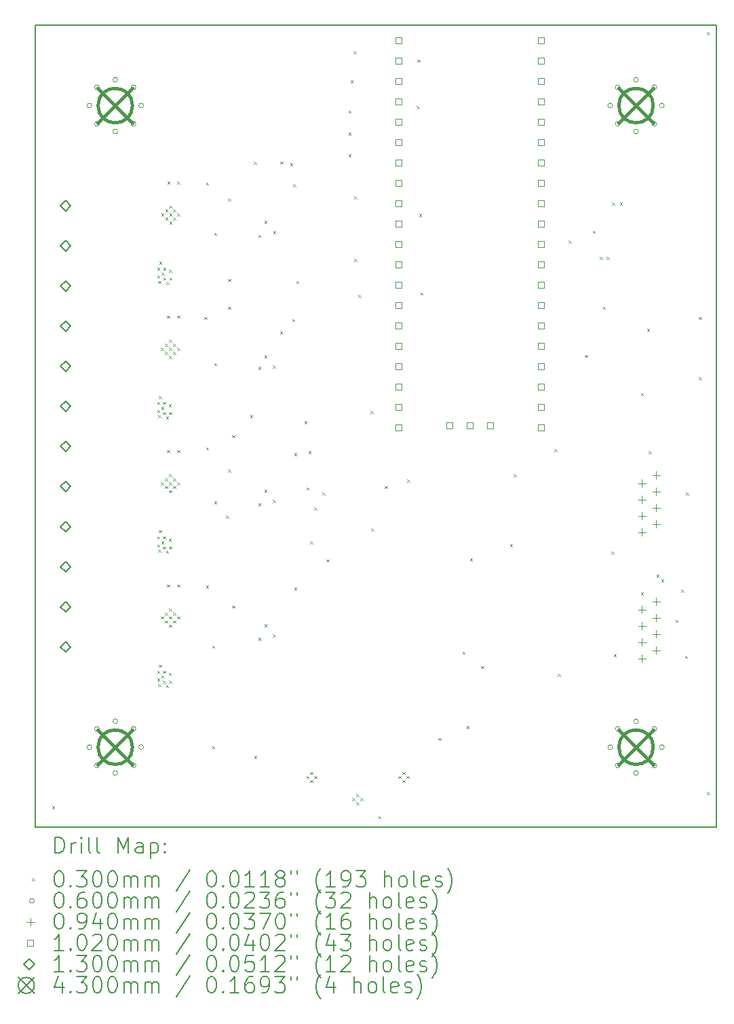
<source format=gbr>
%TF.GenerationSoftware,KiCad,Pcbnew,8.0.6*%
%TF.CreationDate,2025-02-14T22:15:32-05:00*%
%TF.ProjectId,Pico_LCC,5069636f-5f4c-4434-932e-6b696361645f,3*%
%TF.SameCoordinates,Original*%
%TF.FileFunction,Drillmap*%
%TF.FilePolarity,Positive*%
%FSLAX45Y45*%
G04 Gerber Fmt 4.5, Leading zero omitted, Abs format (unit mm)*
G04 Created by KiCad (PCBNEW 8.0.6) date 2025-02-14 22:15:32*
%MOMM*%
%LPD*%
G01*
G04 APERTURE LIST*
%ADD10C,0.200000*%
%ADD11C,0.100000*%
%ADD12C,0.102000*%
%ADD13C,0.130000*%
%ADD14C,0.430000*%
G04 APERTURE END LIST*
D10*
X2500000Y-2500000D02*
X11000000Y-2500000D01*
X11000000Y-12500000D01*
X2500000Y-12500000D01*
X2500000Y-2500000D01*
D11*
X2710000Y-12235000D02*
X2740000Y-12265000D01*
X2740000Y-12235000D02*
X2710000Y-12265000D01*
X4021934Y-7195569D02*
X4051934Y-7225569D01*
X4051934Y-7195569D02*
X4021934Y-7225569D01*
X4021934Y-7295569D02*
X4051934Y-7325569D01*
X4051934Y-7295569D02*
X4021934Y-7325569D01*
X4021934Y-8870569D02*
X4051934Y-8900569D01*
X4051934Y-8870569D02*
X4021934Y-8900569D01*
X4021934Y-8970569D02*
X4051934Y-9000569D01*
X4051934Y-8970569D02*
X4021934Y-9000569D01*
X4021934Y-10545569D02*
X4051934Y-10575569D01*
X4051934Y-10545569D02*
X4021934Y-10575569D01*
X4021934Y-10645569D02*
X4051934Y-10675569D01*
X4051934Y-10645569D02*
X4021934Y-10675569D01*
X4024375Y-5520569D02*
X4054375Y-5550569D01*
X4054375Y-5520569D02*
X4024375Y-5550569D01*
X4024375Y-5620569D02*
X4054375Y-5650569D01*
X4054375Y-5620569D02*
X4024375Y-5650569D01*
X4035000Y-7360000D02*
X4065000Y-7390000D01*
X4065000Y-7360000D02*
X4035000Y-7390000D01*
X4035000Y-9035000D02*
X4065000Y-9065000D01*
X4065000Y-9035000D02*
X4035000Y-9065000D01*
X4035000Y-10710000D02*
X4065000Y-10740000D01*
X4065000Y-10710000D02*
X4035000Y-10740000D01*
X4037441Y-5685000D02*
X4067441Y-5715000D01*
X4067441Y-5685000D02*
X4037441Y-5715000D01*
X4046934Y-7120569D02*
X4076934Y-7150569D01*
X4076934Y-7120569D02*
X4046934Y-7150569D01*
X4046934Y-8795569D02*
X4076934Y-8825569D01*
X4076934Y-8795569D02*
X4046934Y-8825569D01*
X4046934Y-10470569D02*
X4076934Y-10500569D01*
X4076934Y-10470569D02*
X4046934Y-10500569D01*
X4049375Y-5445569D02*
X4079375Y-5475569D01*
X4079375Y-5445569D02*
X4049375Y-5475569D01*
X4071934Y-6520569D02*
X4101934Y-6550569D01*
X4101934Y-6520569D02*
X4071934Y-6550569D01*
X4071934Y-8195569D02*
X4101934Y-8225569D01*
X4101934Y-8195569D02*
X4071934Y-8225569D01*
X4071934Y-9870569D02*
X4101934Y-9900569D01*
X4101934Y-9870569D02*
X4071934Y-9900569D01*
X4074111Y-7256777D02*
X4104111Y-7286777D01*
X4104111Y-7256777D02*
X4074111Y-7286777D01*
X4074111Y-8931777D02*
X4104111Y-8961777D01*
X4104111Y-8931777D02*
X4074111Y-8961777D01*
X4074111Y-10606777D02*
X4104111Y-10636777D01*
X4104111Y-10606777D02*
X4074111Y-10636777D01*
X4074375Y-4845569D02*
X4104375Y-4875569D01*
X4104375Y-4845569D02*
X4074375Y-4875569D01*
X4076553Y-5581777D02*
X4106553Y-5611777D01*
X4106553Y-5581777D02*
X4076553Y-5611777D01*
X4096934Y-7195569D02*
X4126934Y-7225569D01*
X4126934Y-7195569D02*
X4096934Y-7225569D01*
X4096934Y-7320569D02*
X4126934Y-7350569D01*
X4126934Y-7320569D02*
X4096934Y-7350569D01*
X4096934Y-8870569D02*
X4126934Y-8900569D01*
X4126934Y-8870569D02*
X4096934Y-8900569D01*
X4096934Y-8995569D02*
X4126934Y-9025569D01*
X4126934Y-8995569D02*
X4096934Y-9025569D01*
X4096934Y-10545569D02*
X4126934Y-10575569D01*
X4126934Y-10545569D02*
X4096934Y-10575569D01*
X4096934Y-10670569D02*
X4126934Y-10700569D01*
X4126934Y-10670569D02*
X4096934Y-10700569D01*
X4099375Y-5520569D02*
X4129375Y-5550569D01*
X4129375Y-5520569D02*
X4099375Y-5550569D01*
X4099375Y-5645569D02*
X4129375Y-5675569D01*
X4129375Y-5645569D02*
X4099375Y-5675569D01*
X4121934Y-6470569D02*
X4151934Y-6500569D01*
X4151934Y-6470569D02*
X4121934Y-6500569D01*
X4121934Y-6570569D02*
X4151934Y-6600569D01*
X4151934Y-6570569D02*
X4121934Y-6600569D01*
X4121934Y-8145569D02*
X4151934Y-8175569D01*
X4151934Y-8145569D02*
X4121934Y-8175569D01*
X4121934Y-8245569D02*
X4151934Y-8275569D01*
X4151934Y-8245569D02*
X4121934Y-8275569D01*
X4121934Y-9820569D02*
X4151934Y-9850569D01*
X4151934Y-9820569D02*
X4121934Y-9850569D01*
X4121934Y-9920569D02*
X4151934Y-9950569D01*
X4151934Y-9920569D02*
X4121934Y-9950569D01*
X4124375Y-4795569D02*
X4154375Y-4825569D01*
X4154375Y-4795569D02*
X4124375Y-4825569D01*
X4124375Y-4895569D02*
X4154375Y-4925569D01*
X4154375Y-4895569D02*
X4124375Y-4925569D01*
X4133723Y-7374518D02*
X4163723Y-7404518D01*
X4163723Y-7374518D02*
X4133723Y-7404518D01*
X4133723Y-9049518D02*
X4163723Y-9079518D01*
X4163723Y-9049518D02*
X4133723Y-9079518D01*
X4133723Y-10724518D02*
X4163723Y-10754518D01*
X4163723Y-10724518D02*
X4133723Y-10754518D01*
X4136164Y-5699518D02*
X4166164Y-5729518D01*
X4166164Y-5699518D02*
X4136164Y-5729518D01*
X4146934Y-6120569D02*
X4176934Y-6150569D01*
X4176934Y-6120569D02*
X4146934Y-6150569D01*
X4146934Y-7795569D02*
X4176934Y-7825569D01*
X4176934Y-7795569D02*
X4146934Y-7825569D01*
X4146934Y-9470569D02*
X4176934Y-9500569D01*
X4176934Y-9470569D02*
X4146934Y-9500569D01*
X4149375Y-4445569D02*
X4179375Y-4475569D01*
X4179375Y-4445569D02*
X4149375Y-4475569D01*
X4168809Y-7223694D02*
X4198809Y-7253694D01*
X4198809Y-7223694D02*
X4168809Y-7253694D01*
X4168809Y-8898694D02*
X4198809Y-8928694D01*
X4198809Y-8898694D02*
X4168809Y-8928694D01*
X4168809Y-10573694D02*
X4198809Y-10603694D01*
X4198809Y-10573694D02*
X4168809Y-10603694D01*
X4171250Y-5548694D02*
X4201250Y-5578694D01*
X4201250Y-5548694D02*
X4171250Y-5578694D01*
X4171934Y-6420569D02*
X4201934Y-6450569D01*
X4201934Y-6420569D02*
X4171934Y-6450569D01*
X4171934Y-6520569D02*
X4201934Y-6550569D01*
X4201934Y-6520569D02*
X4171934Y-6550569D01*
X4171934Y-6620569D02*
X4201934Y-6650569D01*
X4201934Y-6620569D02*
X4171934Y-6650569D01*
X4171934Y-7320569D02*
X4201934Y-7350569D01*
X4201934Y-7320569D02*
X4171934Y-7350569D01*
X4171934Y-8095569D02*
X4201934Y-8125569D01*
X4201934Y-8095569D02*
X4171934Y-8125569D01*
X4171934Y-8195569D02*
X4201934Y-8225569D01*
X4201934Y-8195569D02*
X4171934Y-8225569D01*
X4171934Y-8295569D02*
X4201934Y-8325569D01*
X4201934Y-8295569D02*
X4171934Y-8325569D01*
X4171934Y-8995569D02*
X4201934Y-9025569D01*
X4201934Y-8995569D02*
X4171934Y-9025569D01*
X4171934Y-9770569D02*
X4201934Y-9800569D01*
X4201934Y-9770569D02*
X4171934Y-9800569D01*
X4171934Y-9870569D02*
X4201934Y-9900569D01*
X4201934Y-9870569D02*
X4171934Y-9900569D01*
X4171934Y-9970569D02*
X4201934Y-10000569D01*
X4201934Y-9970569D02*
X4171934Y-10000569D01*
X4171934Y-10670569D02*
X4201934Y-10700569D01*
X4201934Y-10670569D02*
X4171934Y-10700569D01*
X4174375Y-4745569D02*
X4204375Y-4775569D01*
X4204375Y-4745569D02*
X4174375Y-4775569D01*
X4174375Y-4845569D02*
X4204375Y-4875569D01*
X4204375Y-4845569D02*
X4174375Y-4875569D01*
X4174375Y-4945569D02*
X4204375Y-4975569D01*
X4204375Y-4945569D02*
X4174375Y-4975569D01*
X4174375Y-5645569D02*
X4204375Y-5675569D01*
X4204375Y-5645569D02*
X4174375Y-5675569D01*
X4221934Y-6470569D02*
X4251934Y-6500569D01*
X4251934Y-6470569D02*
X4221934Y-6500569D01*
X4221934Y-6570569D02*
X4251934Y-6600569D01*
X4251934Y-6570569D02*
X4221934Y-6600569D01*
X4221934Y-8145569D02*
X4251934Y-8175569D01*
X4251934Y-8145569D02*
X4221934Y-8175569D01*
X4221934Y-8245569D02*
X4251934Y-8275569D01*
X4251934Y-8245569D02*
X4221934Y-8275569D01*
X4221934Y-9820569D02*
X4251934Y-9850569D01*
X4251934Y-9820569D02*
X4221934Y-9850569D01*
X4221934Y-9920569D02*
X4251934Y-9950569D01*
X4251934Y-9920569D02*
X4221934Y-9950569D01*
X4224375Y-4795569D02*
X4254375Y-4825569D01*
X4254375Y-4795569D02*
X4224375Y-4825569D01*
X4224375Y-4895569D02*
X4254375Y-4925569D01*
X4254375Y-4895569D02*
X4224375Y-4925569D01*
X4271934Y-6120569D02*
X4301934Y-6150569D01*
X4301934Y-6120569D02*
X4271934Y-6150569D01*
X4271934Y-6520569D02*
X4301934Y-6550569D01*
X4301934Y-6520569D02*
X4271934Y-6550569D01*
X4271934Y-7795569D02*
X4301934Y-7825569D01*
X4301934Y-7795569D02*
X4271934Y-7825569D01*
X4271934Y-8195569D02*
X4301934Y-8225569D01*
X4301934Y-8195569D02*
X4271934Y-8225569D01*
X4271934Y-9470569D02*
X4301934Y-9500569D01*
X4301934Y-9470569D02*
X4271934Y-9500569D01*
X4271934Y-9870569D02*
X4301934Y-9900569D01*
X4301934Y-9870569D02*
X4271934Y-9900569D01*
X4274375Y-4445569D02*
X4304375Y-4475569D01*
X4304375Y-4445569D02*
X4274375Y-4475569D01*
X4274375Y-4845569D02*
X4304375Y-4875569D01*
X4304375Y-4845569D02*
X4274375Y-4875569D01*
X4610000Y-6135000D02*
X4640000Y-6165000D01*
X4640000Y-6135000D02*
X4610000Y-6165000D01*
X4635000Y-4460000D02*
X4665000Y-4490000D01*
X4665000Y-4460000D02*
X4635000Y-4490000D01*
X4635000Y-7760000D02*
X4665000Y-7790000D01*
X4665000Y-7760000D02*
X4635000Y-7790000D01*
X4635000Y-9485000D02*
X4665000Y-9515000D01*
X4665000Y-9485000D02*
X4635000Y-9515000D01*
X4710000Y-10232433D02*
X4740000Y-10262433D01*
X4740000Y-10232433D02*
X4710000Y-10262433D01*
X4710000Y-11485000D02*
X4740000Y-11515000D01*
X4740000Y-11485000D02*
X4710000Y-11515000D01*
X4735000Y-5085000D02*
X4765000Y-5115000D01*
X4765000Y-5085000D02*
X4735000Y-5115000D01*
X4735000Y-6710000D02*
X4765000Y-6740000D01*
X4765000Y-6710000D02*
X4735000Y-6740000D01*
X4735000Y-8435000D02*
X4765000Y-8465000D01*
X4765000Y-8435000D02*
X4735000Y-8465000D01*
X4885000Y-8610000D02*
X4915000Y-8640000D01*
X4915000Y-8610000D02*
X4885000Y-8640000D01*
X4910000Y-4660000D02*
X4940000Y-4690000D01*
X4940000Y-4660000D02*
X4910000Y-4690000D01*
X4910000Y-5660000D02*
X4940000Y-5690000D01*
X4940000Y-5660000D02*
X4910000Y-5690000D01*
X4910000Y-6010000D02*
X4940000Y-6040000D01*
X4940000Y-6010000D02*
X4910000Y-6040000D01*
X4910000Y-8035000D02*
X4940000Y-8065000D01*
X4940000Y-8035000D02*
X4910000Y-8065000D01*
X4960000Y-7610000D02*
X4990000Y-7640000D01*
X4990000Y-7610000D02*
X4960000Y-7640000D01*
X4960000Y-9735000D02*
X4990000Y-9765000D01*
X4990000Y-9735000D02*
X4960000Y-9765000D01*
X5185000Y-7360000D02*
X5215000Y-7390000D01*
X5215000Y-7360000D02*
X5185000Y-7390000D01*
X5228590Y-4201665D02*
X5258590Y-4231665D01*
X5258590Y-4201665D02*
X5228590Y-4231665D01*
X5235000Y-11610000D02*
X5265000Y-11640000D01*
X5265000Y-11610000D02*
X5235000Y-11640000D01*
X5285000Y-5110000D02*
X5315000Y-5140000D01*
X5315000Y-5110000D02*
X5285000Y-5140000D01*
X5285000Y-6760000D02*
X5315000Y-6790000D01*
X5315000Y-6760000D02*
X5285000Y-6790000D01*
X5285000Y-8460000D02*
X5315000Y-8490000D01*
X5315000Y-8460000D02*
X5285000Y-8490000D01*
X5285000Y-10135000D02*
X5315000Y-10165000D01*
X5315000Y-10135000D02*
X5285000Y-10165000D01*
X5360000Y-4939569D02*
X5390000Y-4969569D01*
X5390000Y-4939569D02*
X5360000Y-4969569D01*
X5360000Y-6614569D02*
X5390000Y-6644569D01*
X5390000Y-6614569D02*
X5360000Y-6644569D01*
X5360000Y-8289569D02*
X5390000Y-8319569D01*
X5390000Y-8289569D02*
X5360000Y-8319569D01*
X5360000Y-9964569D02*
X5390000Y-9994569D01*
X5390000Y-9964569D02*
X5360000Y-9994569D01*
X5467934Y-6741569D02*
X5497934Y-6771569D01*
X5497934Y-6741569D02*
X5467934Y-6771569D01*
X5467934Y-8416569D02*
X5497934Y-8446569D01*
X5497934Y-8416569D02*
X5467934Y-8446569D01*
X5467934Y-10091569D02*
X5497934Y-10121569D01*
X5497934Y-10091569D02*
X5467934Y-10121569D01*
X5470375Y-5066569D02*
X5500375Y-5096569D01*
X5500375Y-5066569D02*
X5470375Y-5096569D01*
X5554432Y-6315568D02*
X5584432Y-6345568D01*
X5584432Y-6315568D02*
X5554432Y-6345568D01*
X5562500Y-4197500D02*
X5592500Y-4227500D01*
X5592500Y-4197500D02*
X5562500Y-4227500D01*
X5685000Y-4217500D02*
X5715000Y-4247500D01*
X5715000Y-4217500D02*
X5685000Y-4247500D01*
X5710000Y-6160000D02*
X5740000Y-6190000D01*
X5740000Y-6160000D02*
X5710000Y-6190000D01*
X5720000Y-4480000D02*
X5750000Y-4510000D01*
X5750000Y-4480000D02*
X5720000Y-4510000D01*
X5735000Y-7835000D02*
X5765000Y-7865000D01*
X5765000Y-7835000D02*
X5735000Y-7865000D01*
X5735000Y-9510000D02*
X5765000Y-9540000D01*
X5765000Y-9510000D02*
X5735000Y-9540000D01*
X5760000Y-5685000D02*
X5790000Y-5715000D01*
X5790000Y-5685000D02*
X5760000Y-5715000D01*
X5860000Y-7435000D02*
X5890000Y-7465000D01*
X5890000Y-7435000D02*
X5860000Y-7465000D01*
X5885000Y-8260000D02*
X5915000Y-8290000D01*
X5915000Y-8260000D02*
X5885000Y-8290000D01*
X5885000Y-11860000D02*
X5915000Y-11890000D01*
X5915000Y-11860000D02*
X5885000Y-11890000D01*
X5910000Y-7810000D02*
X5940000Y-7840000D01*
X5940000Y-7810000D02*
X5910000Y-7840000D01*
X5935000Y-8935000D02*
X5965000Y-8965000D01*
X5965000Y-8935000D02*
X5935000Y-8965000D01*
X5935000Y-11810000D02*
X5965000Y-11840000D01*
X5965000Y-11810000D02*
X5935000Y-11840000D01*
X5935000Y-11910000D02*
X5965000Y-11940000D01*
X5965000Y-11910000D02*
X5935000Y-11940000D01*
X5985000Y-8510000D02*
X6015000Y-8540000D01*
X6015000Y-8510000D02*
X5985000Y-8540000D01*
X5985000Y-11860000D02*
X6015000Y-11890000D01*
X6015000Y-11860000D02*
X5985000Y-11890000D01*
X6085000Y-8325000D02*
X6115000Y-8355000D01*
X6115000Y-8325000D02*
X6085000Y-8355000D01*
X6135000Y-9160000D02*
X6165000Y-9190000D01*
X6165000Y-9160000D02*
X6135000Y-9190000D01*
X6410000Y-3560000D02*
X6440000Y-3590000D01*
X6440000Y-3560000D02*
X6410000Y-3590000D01*
X6410000Y-3835000D02*
X6440000Y-3865000D01*
X6440000Y-3835000D02*
X6410000Y-3865000D01*
X6410000Y-4110000D02*
X6440000Y-4140000D01*
X6440000Y-4110000D02*
X6410000Y-4140000D01*
X6437500Y-3185000D02*
X6467500Y-3215000D01*
X6467500Y-3185000D02*
X6437500Y-3215000D01*
X6460000Y-12135000D02*
X6490000Y-12165000D01*
X6490000Y-12135000D02*
X6460000Y-12165000D01*
X6475000Y-2820000D02*
X6505000Y-2850000D01*
X6505000Y-2820000D02*
X6475000Y-2850000D01*
X6485000Y-4635000D02*
X6515000Y-4665000D01*
X6515000Y-4635000D02*
X6485000Y-4665000D01*
X6485000Y-5410000D02*
X6515000Y-5440000D01*
X6515000Y-5410000D02*
X6485000Y-5440000D01*
X6510000Y-12085000D02*
X6540000Y-12115000D01*
X6540000Y-12085000D02*
X6510000Y-12115000D01*
X6510000Y-12185000D02*
X6540000Y-12215000D01*
X6540000Y-12185000D02*
X6510000Y-12215000D01*
X6535000Y-5860000D02*
X6565000Y-5890000D01*
X6565000Y-5860000D02*
X6535000Y-5890000D01*
X6560000Y-12135000D02*
X6590000Y-12165000D01*
X6590000Y-12135000D02*
X6560000Y-12165000D01*
X6685000Y-7310000D02*
X6715000Y-7340000D01*
X6715000Y-7310000D02*
X6685000Y-7340000D01*
X6695000Y-8775000D02*
X6725000Y-8805000D01*
X6725000Y-8775000D02*
X6695000Y-8805000D01*
X6785000Y-12360000D02*
X6815000Y-12390000D01*
X6815000Y-12360000D02*
X6785000Y-12390000D01*
X6865000Y-8245000D02*
X6895000Y-8275000D01*
X6895000Y-8245000D02*
X6865000Y-8275000D01*
X7035000Y-11860000D02*
X7065000Y-11890000D01*
X7065000Y-11860000D02*
X7035000Y-11890000D01*
X7085000Y-11810000D02*
X7115000Y-11840000D01*
X7115000Y-11810000D02*
X7085000Y-11840000D01*
X7085000Y-11910000D02*
X7115000Y-11940000D01*
X7115000Y-11910000D02*
X7085000Y-11940000D01*
X7135000Y-11860000D02*
X7165000Y-11890000D01*
X7165000Y-11860000D02*
X7135000Y-11890000D01*
X7145000Y-8165000D02*
X7175000Y-8195000D01*
X7175000Y-8165000D02*
X7145000Y-8195000D01*
X7262500Y-3507500D02*
X7292500Y-3537500D01*
X7292500Y-3507500D02*
X7262500Y-3537500D01*
X7270000Y-2925000D02*
X7300000Y-2955000D01*
X7300000Y-2925000D02*
X7270000Y-2955000D01*
X7290000Y-4852500D02*
X7320000Y-4882500D01*
X7320000Y-4852500D02*
X7290000Y-4882500D01*
X7310000Y-5832500D02*
X7340000Y-5862500D01*
X7340000Y-5832500D02*
X7310000Y-5862500D01*
X7535000Y-11385000D02*
X7565000Y-11415000D01*
X7565000Y-11385000D02*
X7535000Y-11415000D01*
X7835000Y-10310000D02*
X7865000Y-10340000D01*
X7865000Y-10310000D02*
X7835000Y-10340000D01*
X7885000Y-11235000D02*
X7915000Y-11265000D01*
X7915000Y-11235000D02*
X7885000Y-11265000D01*
X7925000Y-9145000D02*
X7955000Y-9175000D01*
X7955000Y-9145000D02*
X7925000Y-9175000D01*
X8066500Y-10486500D02*
X8096500Y-10516500D01*
X8096500Y-10486500D02*
X8066500Y-10516500D01*
X8425000Y-8967500D02*
X8455000Y-8997500D01*
X8455000Y-8967500D02*
X8425000Y-8997500D01*
X8472500Y-8097500D02*
X8502500Y-8127500D01*
X8502500Y-8097500D02*
X8472500Y-8127500D01*
X8980000Y-7782500D02*
X9010000Y-7812500D01*
X9010000Y-7782500D02*
X8980000Y-7812500D01*
X9025000Y-10585000D02*
X9055000Y-10615000D01*
X9055000Y-10585000D02*
X9025000Y-10615000D01*
X9160000Y-5185000D02*
X9190000Y-5215000D01*
X9190000Y-5185000D02*
X9160000Y-5215000D01*
X9360000Y-6610000D02*
X9390000Y-6640000D01*
X9390000Y-6610000D02*
X9360000Y-6640000D01*
X9460000Y-5060000D02*
X9490000Y-5090000D01*
X9490000Y-5060000D02*
X9460000Y-5090000D01*
X9547000Y-5385000D02*
X9577000Y-5415000D01*
X9577000Y-5385000D02*
X9547000Y-5415000D01*
X9585000Y-6010000D02*
X9615000Y-6040000D01*
X9615000Y-6010000D02*
X9585000Y-6040000D01*
X9635000Y-5385000D02*
X9665000Y-5415000D01*
X9665000Y-5385000D02*
X9635000Y-5415000D01*
X9691000Y-9062050D02*
X9721000Y-9092050D01*
X9721000Y-9062050D02*
X9691000Y-9092050D01*
X9700745Y-4710000D02*
X9730745Y-4740000D01*
X9730745Y-4710000D02*
X9700745Y-4740000D01*
X9720604Y-10340604D02*
X9750604Y-10370604D01*
X9750604Y-10340604D02*
X9720604Y-10370604D01*
X9799499Y-4710000D02*
X9829499Y-4740000D01*
X9829499Y-4710000D02*
X9799499Y-4740000D01*
X10060000Y-7085000D02*
X10090000Y-7115000D01*
X10090000Y-7085000D02*
X10060000Y-7115000D01*
X10060000Y-9567500D02*
X10090000Y-9597500D01*
X10090000Y-9567500D02*
X10060000Y-9597500D01*
X10135000Y-6285000D02*
X10165000Y-6315000D01*
X10165000Y-6285000D02*
X10135000Y-6315000D01*
X10160000Y-7810000D02*
X10190000Y-7840000D01*
X10190000Y-7810000D02*
X10160000Y-7840000D01*
X10254440Y-9347955D02*
X10284440Y-9377955D01*
X10284440Y-9347955D02*
X10254440Y-9377955D01*
X10314545Y-9408060D02*
X10344545Y-9438060D01*
X10344545Y-9408060D02*
X10314545Y-9438060D01*
X10491000Y-9912050D02*
X10521000Y-9942050D01*
X10521000Y-9912050D02*
X10491000Y-9942050D01*
X10566000Y-9537050D02*
X10596000Y-9567050D01*
X10596000Y-9537050D02*
X10566000Y-9567050D01*
X10610000Y-10360000D02*
X10640000Y-10390000D01*
X10640000Y-10360000D02*
X10610000Y-10390000D01*
X10625000Y-8322500D02*
X10655000Y-8352500D01*
X10655000Y-8322500D02*
X10625000Y-8352500D01*
X10785000Y-6135000D02*
X10815000Y-6165000D01*
X10815000Y-6135000D02*
X10785000Y-6165000D01*
X10785000Y-6885000D02*
X10815000Y-6915000D01*
X10815000Y-6885000D02*
X10785000Y-6915000D01*
X10885000Y-2585000D02*
X10915000Y-2615000D01*
X10915000Y-2585000D02*
X10885000Y-2615000D01*
X10885000Y-12060000D02*
X10915000Y-12090000D01*
X10915000Y-12060000D02*
X10885000Y-12090000D01*
X3207500Y-3500000D02*
G75*
G02*
X3147500Y-3500000I-30000J0D01*
G01*
X3147500Y-3500000D02*
G75*
G02*
X3207500Y-3500000I30000J0D01*
G01*
X3207500Y-11500000D02*
G75*
G02*
X3147500Y-11500000I-30000J0D01*
G01*
X3147500Y-11500000D02*
G75*
G02*
X3207500Y-11500000I30000J0D01*
G01*
X3301958Y-3271958D02*
G75*
G02*
X3241958Y-3271958I-30000J0D01*
G01*
X3241958Y-3271958D02*
G75*
G02*
X3301958Y-3271958I30000J0D01*
G01*
X3301958Y-3728042D02*
G75*
G02*
X3241958Y-3728042I-30000J0D01*
G01*
X3241958Y-3728042D02*
G75*
G02*
X3301958Y-3728042I30000J0D01*
G01*
X3301958Y-11271958D02*
G75*
G02*
X3241958Y-11271958I-30000J0D01*
G01*
X3241958Y-11271958D02*
G75*
G02*
X3301958Y-11271958I30000J0D01*
G01*
X3301958Y-11728042D02*
G75*
G02*
X3241958Y-11728042I-30000J0D01*
G01*
X3241958Y-11728042D02*
G75*
G02*
X3301958Y-11728042I30000J0D01*
G01*
X3530000Y-3177500D02*
G75*
G02*
X3470000Y-3177500I-30000J0D01*
G01*
X3470000Y-3177500D02*
G75*
G02*
X3530000Y-3177500I30000J0D01*
G01*
X3530000Y-3822500D02*
G75*
G02*
X3470000Y-3822500I-30000J0D01*
G01*
X3470000Y-3822500D02*
G75*
G02*
X3530000Y-3822500I30000J0D01*
G01*
X3530000Y-11177500D02*
G75*
G02*
X3470000Y-11177500I-30000J0D01*
G01*
X3470000Y-11177500D02*
G75*
G02*
X3530000Y-11177500I30000J0D01*
G01*
X3530000Y-11822500D02*
G75*
G02*
X3470000Y-11822500I-30000J0D01*
G01*
X3470000Y-11822500D02*
G75*
G02*
X3530000Y-11822500I30000J0D01*
G01*
X3758042Y-3271958D02*
G75*
G02*
X3698042Y-3271958I-30000J0D01*
G01*
X3698042Y-3271958D02*
G75*
G02*
X3758042Y-3271958I30000J0D01*
G01*
X3758042Y-3728042D02*
G75*
G02*
X3698042Y-3728042I-30000J0D01*
G01*
X3698042Y-3728042D02*
G75*
G02*
X3758042Y-3728042I30000J0D01*
G01*
X3758042Y-11271958D02*
G75*
G02*
X3698042Y-11271958I-30000J0D01*
G01*
X3698042Y-11271958D02*
G75*
G02*
X3758042Y-11271958I30000J0D01*
G01*
X3758042Y-11728042D02*
G75*
G02*
X3698042Y-11728042I-30000J0D01*
G01*
X3698042Y-11728042D02*
G75*
G02*
X3758042Y-11728042I30000J0D01*
G01*
X3852500Y-3500000D02*
G75*
G02*
X3792500Y-3500000I-30000J0D01*
G01*
X3792500Y-3500000D02*
G75*
G02*
X3852500Y-3500000I30000J0D01*
G01*
X3852500Y-11500000D02*
G75*
G02*
X3792500Y-11500000I-30000J0D01*
G01*
X3792500Y-11500000D02*
G75*
G02*
X3852500Y-11500000I30000J0D01*
G01*
X9707500Y-3500000D02*
G75*
G02*
X9647500Y-3500000I-30000J0D01*
G01*
X9647500Y-3500000D02*
G75*
G02*
X9707500Y-3500000I30000J0D01*
G01*
X9707500Y-11500000D02*
G75*
G02*
X9647500Y-11500000I-30000J0D01*
G01*
X9647500Y-11500000D02*
G75*
G02*
X9707500Y-11500000I30000J0D01*
G01*
X9801958Y-3271958D02*
G75*
G02*
X9741958Y-3271958I-30000J0D01*
G01*
X9741958Y-3271958D02*
G75*
G02*
X9801958Y-3271958I30000J0D01*
G01*
X9801958Y-3728042D02*
G75*
G02*
X9741958Y-3728042I-30000J0D01*
G01*
X9741958Y-3728042D02*
G75*
G02*
X9801958Y-3728042I30000J0D01*
G01*
X9801958Y-11271958D02*
G75*
G02*
X9741958Y-11271958I-30000J0D01*
G01*
X9741958Y-11271958D02*
G75*
G02*
X9801958Y-11271958I30000J0D01*
G01*
X9801958Y-11728042D02*
G75*
G02*
X9741958Y-11728042I-30000J0D01*
G01*
X9741958Y-11728042D02*
G75*
G02*
X9801958Y-11728042I30000J0D01*
G01*
X10030000Y-3177500D02*
G75*
G02*
X9970000Y-3177500I-30000J0D01*
G01*
X9970000Y-3177500D02*
G75*
G02*
X10030000Y-3177500I30000J0D01*
G01*
X10030000Y-3822500D02*
G75*
G02*
X9970000Y-3822500I-30000J0D01*
G01*
X9970000Y-3822500D02*
G75*
G02*
X10030000Y-3822500I30000J0D01*
G01*
X10030000Y-11177500D02*
G75*
G02*
X9970000Y-11177500I-30000J0D01*
G01*
X9970000Y-11177500D02*
G75*
G02*
X10030000Y-11177500I30000J0D01*
G01*
X10030000Y-11822500D02*
G75*
G02*
X9970000Y-11822500I-30000J0D01*
G01*
X9970000Y-11822500D02*
G75*
G02*
X10030000Y-11822500I30000J0D01*
G01*
X10258042Y-3271958D02*
G75*
G02*
X10198042Y-3271958I-30000J0D01*
G01*
X10198042Y-3271958D02*
G75*
G02*
X10258042Y-3271958I30000J0D01*
G01*
X10258042Y-3728042D02*
G75*
G02*
X10198042Y-3728042I-30000J0D01*
G01*
X10198042Y-3728042D02*
G75*
G02*
X10258042Y-3728042I30000J0D01*
G01*
X10258042Y-11271958D02*
G75*
G02*
X10198042Y-11271958I-30000J0D01*
G01*
X10198042Y-11271958D02*
G75*
G02*
X10258042Y-11271958I30000J0D01*
G01*
X10258042Y-11728042D02*
G75*
G02*
X10198042Y-11728042I-30000J0D01*
G01*
X10198042Y-11728042D02*
G75*
G02*
X10258042Y-11728042I30000J0D01*
G01*
X10352500Y-3500000D02*
G75*
G02*
X10292500Y-3500000I-30000J0D01*
G01*
X10292500Y-3500000D02*
G75*
G02*
X10352500Y-3500000I30000J0D01*
G01*
X10352500Y-11500000D02*
G75*
G02*
X10292500Y-11500000I-30000J0D01*
G01*
X10292500Y-11500000D02*
G75*
G02*
X10352500Y-11500000I30000J0D01*
G01*
X10074000Y-8163950D02*
X10074000Y-8257950D01*
X10027000Y-8210950D02*
X10121000Y-8210950D01*
X10074000Y-8367150D02*
X10074000Y-8461150D01*
X10027000Y-8414150D02*
X10121000Y-8414150D01*
X10074000Y-8570350D02*
X10074000Y-8664350D01*
X10027000Y-8617350D02*
X10121000Y-8617350D01*
X10074000Y-8773550D02*
X10074000Y-8867550D01*
X10027000Y-8820550D02*
X10121000Y-8820550D01*
X10074000Y-9738950D02*
X10074000Y-9832950D01*
X10027000Y-9785950D02*
X10121000Y-9785950D01*
X10074000Y-9942150D02*
X10074000Y-10036150D01*
X10027000Y-9989150D02*
X10121000Y-9989150D01*
X10074000Y-10145350D02*
X10074000Y-10239350D01*
X10027000Y-10192350D02*
X10121000Y-10192350D01*
X10074000Y-10348550D02*
X10074000Y-10442550D01*
X10027000Y-10395550D02*
X10121000Y-10395550D01*
X10252000Y-8062350D02*
X10252000Y-8156350D01*
X10205000Y-8109350D02*
X10299000Y-8109350D01*
X10252000Y-8265550D02*
X10252000Y-8359550D01*
X10205000Y-8312550D02*
X10299000Y-8312550D01*
X10252000Y-8468750D02*
X10252000Y-8562750D01*
X10205000Y-8515750D02*
X10299000Y-8515750D01*
X10252000Y-8671950D02*
X10252000Y-8765950D01*
X10205000Y-8718950D02*
X10299000Y-8718950D01*
X10252000Y-9637350D02*
X10252000Y-9731350D01*
X10205000Y-9684350D02*
X10299000Y-9684350D01*
X10252000Y-9840550D02*
X10252000Y-9934550D01*
X10205000Y-9887550D02*
X10299000Y-9887550D01*
X10252000Y-10043750D02*
X10252000Y-10137750D01*
X10205000Y-10090750D02*
X10299000Y-10090750D01*
X10252000Y-10246950D02*
X10252000Y-10340950D01*
X10205000Y-10293950D02*
X10299000Y-10293950D01*
D12*
X7072063Y-2723063D02*
X7072063Y-2650937D01*
X6999937Y-2650937D01*
X6999937Y-2723063D01*
X7072063Y-2723063D01*
X7072063Y-2977063D02*
X7072063Y-2904937D01*
X6999937Y-2904937D01*
X6999937Y-2977063D01*
X7072063Y-2977063D01*
X7072063Y-3231063D02*
X7072063Y-3158937D01*
X6999937Y-3158937D01*
X6999937Y-3231063D01*
X7072063Y-3231063D01*
X7072063Y-3485063D02*
X7072063Y-3412937D01*
X6999937Y-3412937D01*
X6999937Y-3485063D01*
X7072063Y-3485063D01*
X7072063Y-3739063D02*
X7072063Y-3666937D01*
X6999937Y-3666937D01*
X6999937Y-3739063D01*
X7072063Y-3739063D01*
X7072063Y-3993063D02*
X7072063Y-3920937D01*
X6999937Y-3920937D01*
X6999937Y-3993063D01*
X7072063Y-3993063D01*
X7072063Y-4247063D02*
X7072063Y-4174937D01*
X6999937Y-4174937D01*
X6999937Y-4247063D01*
X7072063Y-4247063D01*
X7072063Y-4501063D02*
X7072063Y-4428937D01*
X6999937Y-4428937D01*
X6999937Y-4501063D01*
X7072063Y-4501063D01*
X7072063Y-4755063D02*
X7072063Y-4682937D01*
X6999937Y-4682937D01*
X6999937Y-4755063D01*
X7072063Y-4755063D01*
X7072063Y-5009063D02*
X7072063Y-4936937D01*
X6999937Y-4936937D01*
X6999937Y-5009063D01*
X7072063Y-5009063D01*
X7072063Y-5263063D02*
X7072063Y-5190937D01*
X6999937Y-5190937D01*
X6999937Y-5263063D01*
X7072063Y-5263063D01*
X7072063Y-5517063D02*
X7072063Y-5444937D01*
X6999937Y-5444937D01*
X6999937Y-5517063D01*
X7072063Y-5517063D01*
X7072063Y-5771063D02*
X7072063Y-5698937D01*
X6999937Y-5698937D01*
X6999937Y-5771063D01*
X7072063Y-5771063D01*
X7072063Y-6025063D02*
X7072063Y-5952937D01*
X6999937Y-5952937D01*
X6999937Y-6025063D01*
X7072063Y-6025063D01*
X7072063Y-6279063D02*
X7072063Y-6206937D01*
X6999937Y-6206937D01*
X6999937Y-6279063D01*
X7072063Y-6279063D01*
X7072063Y-6533063D02*
X7072063Y-6460937D01*
X6999937Y-6460937D01*
X6999937Y-6533063D01*
X7072063Y-6533063D01*
X7072063Y-6787063D02*
X7072063Y-6714937D01*
X6999937Y-6714937D01*
X6999937Y-6787063D01*
X7072063Y-6787063D01*
X7072063Y-7041063D02*
X7072063Y-6968937D01*
X6999937Y-6968937D01*
X6999937Y-7041063D01*
X7072063Y-7041063D01*
X7072063Y-7295063D02*
X7072063Y-7222937D01*
X6999937Y-7222937D01*
X6999937Y-7295063D01*
X7072063Y-7295063D01*
X7072063Y-7549063D02*
X7072063Y-7476937D01*
X6999937Y-7476937D01*
X6999937Y-7549063D01*
X7072063Y-7549063D01*
X7707063Y-7526063D02*
X7707063Y-7453937D01*
X7634937Y-7453937D01*
X7634937Y-7526063D01*
X7707063Y-7526063D01*
X7961063Y-7526063D02*
X7961063Y-7453937D01*
X7888937Y-7453937D01*
X7888937Y-7526063D01*
X7961063Y-7526063D01*
X8215063Y-7526063D02*
X8215063Y-7453937D01*
X8142937Y-7453937D01*
X8142937Y-7526063D01*
X8215063Y-7526063D01*
X8850063Y-2723063D02*
X8850063Y-2650937D01*
X8777937Y-2650937D01*
X8777937Y-2723063D01*
X8850063Y-2723063D01*
X8850063Y-2977063D02*
X8850063Y-2904937D01*
X8777937Y-2904937D01*
X8777937Y-2977063D01*
X8850063Y-2977063D01*
X8850063Y-3231063D02*
X8850063Y-3158937D01*
X8777937Y-3158937D01*
X8777937Y-3231063D01*
X8850063Y-3231063D01*
X8850063Y-3485063D02*
X8850063Y-3412937D01*
X8777937Y-3412937D01*
X8777937Y-3485063D01*
X8850063Y-3485063D01*
X8850063Y-3739063D02*
X8850063Y-3666937D01*
X8777937Y-3666937D01*
X8777937Y-3739063D01*
X8850063Y-3739063D01*
X8850063Y-3993063D02*
X8850063Y-3920937D01*
X8777937Y-3920937D01*
X8777937Y-3993063D01*
X8850063Y-3993063D01*
X8850063Y-4247063D02*
X8850063Y-4174937D01*
X8777937Y-4174937D01*
X8777937Y-4247063D01*
X8850063Y-4247063D01*
X8850063Y-4501063D02*
X8850063Y-4428937D01*
X8777937Y-4428937D01*
X8777937Y-4501063D01*
X8850063Y-4501063D01*
X8850063Y-4755063D02*
X8850063Y-4682937D01*
X8777937Y-4682937D01*
X8777937Y-4755063D01*
X8850063Y-4755063D01*
X8850063Y-5009063D02*
X8850063Y-4936937D01*
X8777937Y-4936937D01*
X8777937Y-5009063D01*
X8850063Y-5009063D01*
X8850063Y-5263063D02*
X8850063Y-5190937D01*
X8777937Y-5190937D01*
X8777937Y-5263063D01*
X8850063Y-5263063D01*
X8850063Y-5517063D02*
X8850063Y-5444937D01*
X8777937Y-5444937D01*
X8777937Y-5517063D01*
X8850063Y-5517063D01*
X8850063Y-5771063D02*
X8850063Y-5698937D01*
X8777937Y-5698937D01*
X8777937Y-5771063D01*
X8850063Y-5771063D01*
X8850063Y-6025063D02*
X8850063Y-5952937D01*
X8777937Y-5952937D01*
X8777937Y-6025063D01*
X8850063Y-6025063D01*
X8850063Y-6279063D02*
X8850063Y-6206937D01*
X8777937Y-6206937D01*
X8777937Y-6279063D01*
X8850063Y-6279063D01*
X8850063Y-6533063D02*
X8850063Y-6460937D01*
X8777937Y-6460937D01*
X8777937Y-6533063D01*
X8850063Y-6533063D01*
X8850063Y-6787063D02*
X8850063Y-6714937D01*
X8777937Y-6714937D01*
X8777937Y-6787063D01*
X8850063Y-6787063D01*
X8850063Y-7041063D02*
X8850063Y-6968937D01*
X8777937Y-6968937D01*
X8777937Y-7041063D01*
X8850063Y-7041063D01*
X8850063Y-7295063D02*
X8850063Y-7222937D01*
X8777937Y-7222937D01*
X8777937Y-7295063D01*
X8850063Y-7295063D01*
X8850063Y-7549063D02*
X8850063Y-7476937D01*
X8777937Y-7476937D01*
X8777937Y-7549063D01*
X8850063Y-7549063D01*
D13*
X2880500Y-4815000D02*
X2945500Y-4750000D01*
X2880500Y-4685000D01*
X2815500Y-4750000D01*
X2880500Y-4815000D01*
X2880500Y-5315000D02*
X2945500Y-5250000D01*
X2880500Y-5185000D01*
X2815500Y-5250000D01*
X2880500Y-5315000D01*
X2880500Y-5815000D02*
X2945500Y-5750000D01*
X2880500Y-5685000D01*
X2815500Y-5750000D01*
X2880500Y-5815000D01*
X2880500Y-6315000D02*
X2945500Y-6250000D01*
X2880500Y-6185000D01*
X2815500Y-6250000D01*
X2880500Y-6315000D01*
X2880500Y-6815000D02*
X2945500Y-6750000D01*
X2880500Y-6685000D01*
X2815500Y-6750000D01*
X2880500Y-6815000D01*
X2880500Y-7315000D02*
X2945500Y-7250000D01*
X2880500Y-7185000D01*
X2815500Y-7250000D01*
X2880500Y-7315000D01*
X2880500Y-7815000D02*
X2945500Y-7750000D01*
X2880500Y-7685000D01*
X2815500Y-7750000D01*
X2880500Y-7815000D01*
X2880500Y-8315000D02*
X2945500Y-8250000D01*
X2880500Y-8185000D01*
X2815500Y-8250000D01*
X2880500Y-8315000D01*
X2880500Y-8815000D02*
X2945500Y-8750000D01*
X2880500Y-8685000D01*
X2815500Y-8750000D01*
X2880500Y-8815000D01*
X2880500Y-9315000D02*
X2945500Y-9250000D01*
X2880500Y-9185000D01*
X2815500Y-9250000D01*
X2880500Y-9315000D01*
X2880500Y-9815000D02*
X2945500Y-9750000D01*
X2880500Y-9685000D01*
X2815500Y-9750000D01*
X2880500Y-9815000D01*
X2880500Y-10315000D02*
X2945500Y-10250000D01*
X2880500Y-10185000D01*
X2815500Y-10250000D01*
X2880500Y-10315000D01*
D14*
X3285000Y-3285000D02*
X3715000Y-3715000D01*
X3715000Y-3285000D02*
X3285000Y-3715000D01*
X3715000Y-3500000D02*
G75*
G02*
X3285000Y-3500000I-215000J0D01*
G01*
X3285000Y-3500000D02*
G75*
G02*
X3715000Y-3500000I215000J0D01*
G01*
X3285000Y-11285000D02*
X3715000Y-11715000D01*
X3715000Y-11285000D02*
X3285000Y-11715000D01*
X3715000Y-11500000D02*
G75*
G02*
X3285000Y-11500000I-215000J0D01*
G01*
X3285000Y-11500000D02*
G75*
G02*
X3715000Y-11500000I215000J0D01*
G01*
X9785000Y-3285000D02*
X10215000Y-3715000D01*
X10215000Y-3285000D02*
X9785000Y-3715000D01*
X10215000Y-3500000D02*
G75*
G02*
X9785000Y-3500000I-215000J0D01*
G01*
X9785000Y-3500000D02*
G75*
G02*
X10215000Y-3500000I215000J0D01*
G01*
X9785000Y-11285000D02*
X10215000Y-11715000D01*
X10215000Y-11285000D02*
X9785000Y-11715000D01*
X10215000Y-11500000D02*
G75*
G02*
X9785000Y-11500000I-215000J0D01*
G01*
X9785000Y-11500000D02*
G75*
G02*
X10215000Y-11500000I215000J0D01*
G01*
D10*
X2750777Y-12821484D02*
X2750777Y-12621484D01*
X2750777Y-12621484D02*
X2798396Y-12621484D01*
X2798396Y-12621484D02*
X2826967Y-12631008D01*
X2826967Y-12631008D02*
X2846015Y-12650055D01*
X2846015Y-12650055D02*
X2855539Y-12669103D01*
X2855539Y-12669103D02*
X2865062Y-12707198D01*
X2865062Y-12707198D02*
X2865062Y-12735769D01*
X2865062Y-12735769D02*
X2855539Y-12773865D01*
X2855539Y-12773865D02*
X2846015Y-12792912D01*
X2846015Y-12792912D02*
X2826967Y-12811960D01*
X2826967Y-12811960D02*
X2798396Y-12821484D01*
X2798396Y-12821484D02*
X2750777Y-12821484D01*
X2950777Y-12821484D02*
X2950777Y-12688150D01*
X2950777Y-12726246D02*
X2960301Y-12707198D01*
X2960301Y-12707198D02*
X2969824Y-12697674D01*
X2969824Y-12697674D02*
X2988872Y-12688150D01*
X2988872Y-12688150D02*
X3007920Y-12688150D01*
X3074586Y-12821484D02*
X3074586Y-12688150D01*
X3074586Y-12621484D02*
X3065062Y-12631008D01*
X3065062Y-12631008D02*
X3074586Y-12640531D01*
X3074586Y-12640531D02*
X3084110Y-12631008D01*
X3084110Y-12631008D02*
X3074586Y-12621484D01*
X3074586Y-12621484D02*
X3074586Y-12640531D01*
X3198396Y-12821484D02*
X3179348Y-12811960D01*
X3179348Y-12811960D02*
X3169824Y-12792912D01*
X3169824Y-12792912D02*
X3169824Y-12621484D01*
X3303158Y-12821484D02*
X3284110Y-12811960D01*
X3284110Y-12811960D02*
X3274586Y-12792912D01*
X3274586Y-12792912D02*
X3274586Y-12621484D01*
X3531729Y-12821484D02*
X3531729Y-12621484D01*
X3531729Y-12621484D02*
X3598396Y-12764341D01*
X3598396Y-12764341D02*
X3665062Y-12621484D01*
X3665062Y-12621484D02*
X3665062Y-12821484D01*
X3846015Y-12821484D02*
X3846015Y-12716722D01*
X3846015Y-12716722D02*
X3836491Y-12697674D01*
X3836491Y-12697674D02*
X3817443Y-12688150D01*
X3817443Y-12688150D02*
X3779348Y-12688150D01*
X3779348Y-12688150D02*
X3760301Y-12697674D01*
X3846015Y-12811960D02*
X3826967Y-12821484D01*
X3826967Y-12821484D02*
X3779348Y-12821484D01*
X3779348Y-12821484D02*
X3760301Y-12811960D01*
X3760301Y-12811960D02*
X3750777Y-12792912D01*
X3750777Y-12792912D02*
X3750777Y-12773865D01*
X3750777Y-12773865D02*
X3760301Y-12754817D01*
X3760301Y-12754817D02*
X3779348Y-12745293D01*
X3779348Y-12745293D02*
X3826967Y-12745293D01*
X3826967Y-12745293D02*
X3846015Y-12735769D01*
X3941253Y-12688150D02*
X3941253Y-12888150D01*
X3941253Y-12697674D02*
X3960301Y-12688150D01*
X3960301Y-12688150D02*
X3998396Y-12688150D01*
X3998396Y-12688150D02*
X4017443Y-12697674D01*
X4017443Y-12697674D02*
X4026967Y-12707198D01*
X4026967Y-12707198D02*
X4036491Y-12726246D01*
X4036491Y-12726246D02*
X4036491Y-12783388D01*
X4036491Y-12783388D02*
X4026967Y-12802436D01*
X4026967Y-12802436D02*
X4017443Y-12811960D01*
X4017443Y-12811960D02*
X3998396Y-12821484D01*
X3998396Y-12821484D02*
X3960301Y-12821484D01*
X3960301Y-12821484D02*
X3941253Y-12811960D01*
X4122205Y-12802436D02*
X4131729Y-12811960D01*
X4131729Y-12811960D02*
X4122205Y-12821484D01*
X4122205Y-12821484D02*
X4112682Y-12811960D01*
X4112682Y-12811960D02*
X4122205Y-12802436D01*
X4122205Y-12802436D02*
X4122205Y-12821484D01*
X4122205Y-12697674D02*
X4131729Y-12707198D01*
X4131729Y-12707198D02*
X4122205Y-12716722D01*
X4122205Y-12716722D02*
X4112682Y-12707198D01*
X4112682Y-12707198D02*
X4122205Y-12697674D01*
X4122205Y-12697674D02*
X4122205Y-12716722D01*
D11*
X2460000Y-13135000D02*
X2490000Y-13165000D01*
X2490000Y-13135000D02*
X2460000Y-13165000D01*
D10*
X2788872Y-13041484D02*
X2807920Y-13041484D01*
X2807920Y-13041484D02*
X2826967Y-13051008D01*
X2826967Y-13051008D02*
X2836491Y-13060531D01*
X2836491Y-13060531D02*
X2846015Y-13079579D01*
X2846015Y-13079579D02*
X2855539Y-13117674D01*
X2855539Y-13117674D02*
X2855539Y-13165293D01*
X2855539Y-13165293D02*
X2846015Y-13203388D01*
X2846015Y-13203388D02*
X2836491Y-13222436D01*
X2836491Y-13222436D02*
X2826967Y-13231960D01*
X2826967Y-13231960D02*
X2807920Y-13241484D01*
X2807920Y-13241484D02*
X2788872Y-13241484D01*
X2788872Y-13241484D02*
X2769824Y-13231960D01*
X2769824Y-13231960D02*
X2760301Y-13222436D01*
X2760301Y-13222436D02*
X2750777Y-13203388D01*
X2750777Y-13203388D02*
X2741253Y-13165293D01*
X2741253Y-13165293D02*
X2741253Y-13117674D01*
X2741253Y-13117674D02*
X2750777Y-13079579D01*
X2750777Y-13079579D02*
X2760301Y-13060531D01*
X2760301Y-13060531D02*
X2769824Y-13051008D01*
X2769824Y-13051008D02*
X2788872Y-13041484D01*
X2941253Y-13222436D02*
X2950777Y-13231960D01*
X2950777Y-13231960D02*
X2941253Y-13241484D01*
X2941253Y-13241484D02*
X2931729Y-13231960D01*
X2931729Y-13231960D02*
X2941253Y-13222436D01*
X2941253Y-13222436D02*
X2941253Y-13241484D01*
X3017443Y-13041484D02*
X3141253Y-13041484D01*
X3141253Y-13041484D02*
X3074586Y-13117674D01*
X3074586Y-13117674D02*
X3103158Y-13117674D01*
X3103158Y-13117674D02*
X3122205Y-13127198D01*
X3122205Y-13127198D02*
X3131729Y-13136722D01*
X3131729Y-13136722D02*
X3141253Y-13155769D01*
X3141253Y-13155769D02*
X3141253Y-13203388D01*
X3141253Y-13203388D02*
X3131729Y-13222436D01*
X3131729Y-13222436D02*
X3122205Y-13231960D01*
X3122205Y-13231960D02*
X3103158Y-13241484D01*
X3103158Y-13241484D02*
X3046015Y-13241484D01*
X3046015Y-13241484D02*
X3026967Y-13231960D01*
X3026967Y-13231960D02*
X3017443Y-13222436D01*
X3265062Y-13041484D02*
X3284110Y-13041484D01*
X3284110Y-13041484D02*
X3303158Y-13051008D01*
X3303158Y-13051008D02*
X3312682Y-13060531D01*
X3312682Y-13060531D02*
X3322205Y-13079579D01*
X3322205Y-13079579D02*
X3331729Y-13117674D01*
X3331729Y-13117674D02*
X3331729Y-13165293D01*
X3331729Y-13165293D02*
X3322205Y-13203388D01*
X3322205Y-13203388D02*
X3312682Y-13222436D01*
X3312682Y-13222436D02*
X3303158Y-13231960D01*
X3303158Y-13231960D02*
X3284110Y-13241484D01*
X3284110Y-13241484D02*
X3265062Y-13241484D01*
X3265062Y-13241484D02*
X3246015Y-13231960D01*
X3246015Y-13231960D02*
X3236491Y-13222436D01*
X3236491Y-13222436D02*
X3226967Y-13203388D01*
X3226967Y-13203388D02*
X3217443Y-13165293D01*
X3217443Y-13165293D02*
X3217443Y-13117674D01*
X3217443Y-13117674D02*
X3226967Y-13079579D01*
X3226967Y-13079579D02*
X3236491Y-13060531D01*
X3236491Y-13060531D02*
X3246015Y-13051008D01*
X3246015Y-13051008D02*
X3265062Y-13041484D01*
X3455539Y-13041484D02*
X3474586Y-13041484D01*
X3474586Y-13041484D02*
X3493634Y-13051008D01*
X3493634Y-13051008D02*
X3503158Y-13060531D01*
X3503158Y-13060531D02*
X3512682Y-13079579D01*
X3512682Y-13079579D02*
X3522205Y-13117674D01*
X3522205Y-13117674D02*
X3522205Y-13165293D01*
X3522205Y-13165293D02*
X3512682Y-13203388D01*
X3512682Y-13203388D02*
X3503158Y-13222436D01*
X3503158Y-13222436D02*
X3493634Y-13231960D01*
X3493634Y-13231960D02*
X3474586Y-13241484D01*
X3474586Y-13241484D02*
X3455539Y-13241484D01*
X3455539Y-13241484D02*
X3436491Y-13231960D01*
X3436491Y-13231960D02*
X3426967Y-13222436D01*
X3426967Y-13222436D02*
X3417443Y-13203388D01*
X3417443Y-13203388D02*
X3407920Y-13165293D01*
X3407920Y-13165293D02*
X3407920Y-13117674D01*
X3407920Y-13117674D02*
X3417443Y-13079579D01*
X3417443Y-13079579D02*
X3426967Y-13060531D01*
X3426967Y-13060531D02*
X3436491Y-13051008D01*
X3436491Y-13051008D02*
X3455539Y-13041484D01*
X3607920Y-13241484D02*
X3607920Y-13108150D01*
X3607920Y-13127198D02*
X3617443Y-13117674D01*
X3617443Y-13117674D02*
X3636491Y-13108150D01*
X3636491Y-13108150D02*
X3665063Y-13108150D01*
X3665063Y-13108150D02*
X3684110Y-13117674D01*
X3684110Y-13117674D02*
X3693634Y-13136722D01*
X3693634Y-13136722D02*
X3693634Y-13241484D01*
X3693634Y-13136722D02*
X3703158Y-13117674D01*
X3703158Y-13117674D02*
X3722205Y-13108150D01*
X3722205Y-13108150D02*
X3750777Y-13108150D01*
X3750777Y-13108150D02*
X3769824Y-13117674D01*
X3769824Y-13117674D02*
X3779348Y-13136722D01*
X3779348Y-13136722D02*
X3779348Y-13241484D01*
X3874586Y-13241484D02*
X3874586Y-13108150D01*
X3874586Y-13127198D02*
X3884110Y-13117674D01*
X3884110Y-13117674D02*
X3903158Y-13108150D01*
X3903158Y-13108150D02*
X3931729Y-13108150D01*
X3931729Y-13108150D02*
X3950777Y-13117674D01*
X3950777Y-13117674D02*
X3960301Y-13136722D01*
X3960301Y-13136722D02*
X3960301Y-13241484D01*
X3960301Y-13136722D02*
X3969824Y-13117674D01*
X3969824Y-13117674D02*
X3988872Y-13108150D01*
X3988872Y-13108150D02*
X4017443Y-13108150D01*
X4017443Y-13108150D02*
X4036491Y-13117674D01*
X4036491Y-13117674D02*
X4046015Y-13136722D01*
X4046015Y-13136722D02*
X4046015Y-13241484D01*
X4436491Y-13031960D02*
X4265063Y-13289103D01*
X4693634Y-13041484D02*
X4712682Y-13041484D01*
X4712682Y-13041484D02*
X4731729Y-13051008D01*
X4731729Y-13051008D02*
X4741253Y-13060531D01*
X4741253Y-13060531D02*
X4750777Y-13079579D01*
X4750777Y-13079579D02*
X4760301Y-13117674D01*
X4760301Y-13117674D02*
X4760301Y-13165293D01*
X4760301Y-13165293D02*
X4750777Y-13203388D01*
X4750777Y-13203388D02*
X4741253Y-13222436D01*
X4741253Y-13222436D02*
X4731729Y-13231960D01*
X4731729Y-13231960D02*
X4712682Y-13241484D01*
X4712682Y-13241484D02*
X4693634Y-13241484D01*
X4693634Y-13241484D02*
X4674587Y-13231960D01*
X4674587Y-13231960D02*
X4665063Y-13222436D01*
X4665063Y-13222436D02*
X4655539Y-13203388D01*
X4655539Y-13203388D02*
X4646015Y-13165293D01*
X4646015Y-13165293D02*
X4646015Y-13117674D01*
X4646015Y-13117674D02*
X4655539Y-13079579D01*
X4655539Y-13079579D02*
X4665063Y-13060531D01*
X4665063Y-13060531D02*
X4674587Y-13051008D01*
X4674587Y-13051008D02*
X4693634Y-13041484D01*
X4846015Y-13222436D02*
X4855539Y-13231960D01*
X4855539Y-13231960D02*
X4846015Y-13241484D01*
X4846015Y-13241484D02*
X4836491Y-13231960D01*
X4836491Y-13231960D02*
X4846015Y-13222436D01*
X4846015Y-13222436D02*
X4846015Y-13241484D01*
X4979348Y-13041484D02*
X4998396Y-13041484D01*
X4998396Y-13041484D02*
X5017444Y-13051008D01*
X5017444Y-13051008D02*
X5026968Y-13060531D01*
X5026968Y-13060531D02*
X5036491Y-13079579D01*
X5036491Y-13079579D02*
X5046015Y-13117674D01*
X5046015Y-13117674D02*
X5046015Y-13165293D01*
X5046015Y-13165293D02*
X5036491Y-13203388D01*
X5036491Y-13203388D02*
X5026968Y-13222436D01*
X5026968Y-13222436D02*
X5017444Y-13231960D01*
X5017444Y-13231960D02*
X4998396Y-13241484D01*
X4998396Y-13241484D02*
X4979348Y-13241484D01*
X4979348Y-13241484D02*
X4960301Y-13231960D01*
X4960301Y-13231960D02*
X4950777Y-13222436D01*
X4950777Y-13222436D02*
X4941253Y-13203388D01*
X4941253Y-13203388D02*
X4931729Y-13165293D01*
X4931729Y-13165293D02*
X4931729Y-13117674D01*
X4931729Y-13117674D02*
X4941253Y-13079579D01*
X4941253Y-13079579D02*
X4950777Y-13060531D01*
X4950777Y-13060531D02*
X4960301Y-13051008D01*
X4960301Y-13051008D02*
X4979348Y-13041484D01*
X5236491Y-13241484D02*
X5122206Y-13241484D01*
X5179348Y-13241484D02*
X5179348Y-13041484D01*
X5179348Y-13041484D02*
X5160301Y-13070055D01*
X5160301Y-13070055D02*
X5141253Y-13089103D01*
X5141253Y-13089103D02*
X5122206Y-13098627D01*
X5426968Y-13241484D02*
X5312682Y-13241484D01*
X5369825Y-13241484D02*
X5369825Y-13041484D01*
X5369825Y-13041484D02*
X5350777Y-13070055D01*
X5350777Y-13070055D02*
X5331729Y-13089103D01*
X5331729Y-13089103D02*
X5312682Y-13098627D01*
X5541253Y-13127198D02*
X5522206Y-13117674D01*
X5522206Y-13117674D02*
X5512682Y-13108150D01*
X5512682Y-13108150D02*
X5503158Y-13089103D01*
X5503158Y-13089103D02*
X5503158Y-13079579D01*
X5503158Y-13079579D02*
X5512682Y-13060531D01*
X5512682Y-13060531D02*
X5522206Y-13051008D01*
X5522206Y-13051008D02*
X5541253Y-13041484D01*
X5541253Y-13041484D02*
X5579349Y-13041484D01*
X5579349Y-13041484D02*
X5598396Y-13051008D01*
X5598396Y-13051008D02*
X5607920Y-13060531D01*
X5607920Y-13060531D02*
X5617444Y-13079579D01*
X5617444Y-13079579D02*
X5617444Y-13089103D01*
X5617444Y-13089103D02*
X5607920Y-13108150D01*
X5607920Y-13108150D02*
X5598396Y-13117674D01*
X5598396Y-13117674D02*
X5579349Y-13127198D01*
X5579349Y-13127198D02*
X5541253Y-13127198D01*
X5541253Y-13127198D02*
X5522206Y-13136722D01*
X5522206Y-13136722D02*
X5512682Y-13146246D01*
X5512682Y-13146246D02*
X5503158Y-13165293D01*
X5503158Y-13165293D02*
X5503158Y-13203388D01*
X5503158Y-13203388D02*
X5512682Y-13222436D01*
X5512682Y-13222436D02*
X5522206Y-13231960D01*
X5522206Y-13231960D02*
X5541253Y-13241484D01*
X5541253Y-13241484D02*
X5579349Y-13241484D01*
X5579349Y-13241484D02*
X5598396Y-13231960D01*
X5598396Y-13231960D02*
X5607920Y-13222436D01*
X5607920Y-13222436D02*
X5617444Y-13203388D01*
X5617444Y-13203388D02*
X5617444Y-13165293D01*
X5617444Y-13165293D02*
X5607920Y-13146246D01*
X5607920Y-13146246D02*
X5598396Y-13136722D01*
X5598396Y-13136722D02*
X5579349Y-13127198D01*
X5693634Y-13041484D02*
X5693634Y-13079579D01*
X5769825Y-13041484D02*
X5769825Y-13079579D01*
X6065063Y-13317674D02*
X6055539Y-13308150D01*
X6055539Y-13308150D02*
X6036491Y-13279579D01*
X6036491Y-13279579D02*
X6026968Y-13260531D01*
X6026968Y-13260531D02*
X6017444Y-13231960D01*
X6017444Y-13231960D02*
X6007920Y-13184341D01*
X6007920Y-13184341D02*
X6007920Y-13146246D01*
X6007920Y-13146246D02*
X6017444Y-13098627D01*
X6017444Y-13098627D02*
X6026968Y-13070055D01*
X6026968Y-13070055D02*
X6036491Y-13051008D01*
X6036491Y-13051008D02*
X6055539Y-13022436D01*
X6055539Y-13022436D02*
X6065063Y-13012912D01*
X6246015Y-13241484D02*
X6131729Y-13241484D01*
X6188872Y-13241484D02*
X6188872Y-13041484D01*
X6188872Y-13041484D02*
X6169825Y-13070055D01*
X6169825Y-13070055D02*
X6150777Y-13089103D01*
X6150777Y-13089103D02*
X6131729Y-13098627D01*
X6341253Y-13241484D02*
X6379348Y-13241484D01*
X6379348Y-13241484D02*
X6398396Y-13231960D01*
X6398396Y-13231960D02*
X6407920Y-13222436D01*
X6407920Y-13222436D02*
X6426968Y-13193865D01*
X6426968Y-13193865D02*
X6436491Y-13155769D01*
X6436491Y-13155769D02*
X6436491Y-13079579D01*
X6436491Y-13079579D02*
X6426968Y-13060531D01*
X6426968Y-13060531D02*
X6417444Y-13051008D01*
X6417444Y-13051008D02*
X6398396Y-13041484D01*
X6398396Y-13041484D02*
X6360301Y-13041484D01*
X6360301Y-13041484D02*
X6341253Y-13051008D01*
X6341253Y-13051008D02*
X6331729Y-13060531D01*
X6331729Y-13060531D02*
X6322206Y-13079579D01*
X6322206Y-13079579D02*
X6322206Y-13127198D01*
X6322206Y-13127198D02*
X6331729Y-13146246D01*
X6331729Y-13146246D02*
X6341253Y-13155769D01*
X6341253Y-13155769D02*
X6360301Y-13165293D01*
X6360301Y-13165293D02*
X6398396Y-13165293D01*
X6398396Y-13165293D02*
X6417444Y-13155769D01*
X6417444Y-13155769D02*
X6426968Y-13146246D01*
X6426968Y-13146246D02*
X6436491Y-13127198D01*
X6503158Y-13041484D02*
X6626968Y-13041484D01*
X6626968Y-13041484D02*
X6560301Y-13117674D01*
X6560301Y-13117674D02*
X6588872Y-13117674D01*
X6588872Y-13117674D02*
X6607920Y-13127198D01*
X6607920Y-13127198D02*
X6617444Y-13136722D01*
X6617444Y-13136722D02*
X6626968Y-13155769D01*
X6626968Y-13155769D02*
X6626968Y-13203388D01*
X6626968Y-13203388D02*
X6617444Y-13222436D01*
X6617444Y-13222436D02*
X6607920Y-13231960D01*
X6607920Y-13231960D02*
X6588872Y-13241484D01*
X6588872Y-13241484D02*
X6531729Y-13241484D01*
X6531729Y-13241484D02*
X6512682Y-13231960D01*
X6512682Y-13231960D02*
X6503158Y-13222436D01*
X6865063Y-13241484D02*
X6865063Y-13041484D01*
X6950777Y-13241484D02*
X6950777Y-13136722D01*
X6950777Y-13136722D02*
X6941253Y-13117674D01*
X6941253Y-13117674D02*
X6922206Y-13108150D01*
X6922206Y-13108150D02*
X6893634Y-13108150D01*
X6893634Y-13108150D02*
X6874587Y-13117674D01*
X6874587Y-13117674D02*
X6865063Y-13127198D01*
X7074587Y-13241484D02*
X7055539Y-13231960D01*
X7055539Y-13231960D02*
X7046015Y-13222436D01*
X7046015Y-13222436D02*
X7036491Y-13203388D01*
X7036491Y-13203388D02*
X7036491Y-13146246D01*
X7036491Y-13146246D02*
X7046015Y-13127198D01*
X7046015Y-13127198D02*
X7055539Y-13117674D01*
X7055539Y-13117674D02*
X7074587Y-13108150D01*
X7074587Y-13108150D02*
X7103158Y-13108150D01*
X7103158Y-13108150D02*
X7122206Y-13117674D01*
X7122206Y-13117674D02*
X7131730Y-13127198D01*
X7131730Y-13127198D02*
X7141253Y-13146246D01*
X7141253Y-13146246D02*
X7141253Y-13203388D01*
X7141253Y-13203388D02*
X7131730Y-13222436D01*
X7131730Y-13222436D02*
X7122206Y-13231960D01*
X7122206Y-13231960D02*
X7103158Y-13241484D01*
X7103158Y-13241484D02*
X7074587Y-13241484D01*
X7255539Y-13241484D02*
X7236491Y-13231960D01*
X7236491Y-13231960D02*
X7226968Y-13212912D01*
X7226968Y-13212912D02*
X7226968Y-13041484D01*
X7407920Y-13231960D02*
X7388872Y-13241484D01*
X7388872Y-13241484D02*
X7350777Y-13241484D01*
X7350777Y-13241484D02*
X7331730Y-13231960D01*
X7331730Y-13231960D02*
X7322206Y-13212912D01*
X7322206Y-13212912D02*
X7322206Y-13136722D01*
X7322206Y-13136722D02*
X7331730Y-13117674D01*
X7331730Y-13117674D02*
X7350777Y-13108150D01*
X7350777Y-13108150D02*
X7388872Y-13108150D01*
X7388872Y-13108150D02*
X7407920Y-13117674D01*
X7407920Y-13117674D02*
X7417444Y-13136722D01*
X7417444Y-13136722D02*
X7417444Y-13155769D01*
X7417444Y-13155769D02*
X7322206Y-13174817D01*
X7493634Y-13231960D02*
X7512682Y-13241484D01*
X7512682Y-13241484D02*
X7550777Y-13241484D01*
X7550777Y-13241484D02*
X7569825Y-13231960D01*
X7569825Y-13231960D02*
X7579349Y-13212912D01*
X7579349Y-13212912D02*
X7579349Y-13203388D01*
X7579349Y-13203388D02*
X7569825Y-13184341D01*
X7569825Y-13184341D02*
X7550777Y-13174817D01*
X7550777Y-13174817D02*
X7522206Y-13174817D01*
X7522206Y-13174817D02*
X7503158Y-13165293D01*
X7503158Y-13165293D02*
X7493634Y-13146246D01*
X7493634Y-13146246D02*
X7493634Y-13136722D01*
X7493634Y-13136722D02*
X7503158Y-13117674D01*
X7503158Y-13117674D02*
X7522206Y-13108150D01*
X7522206Y-13108150D02*
X7550777Y-13108150D01*
X7550777Y-13108150D02*
X7569825Y-13117674D01*
X7646015Y-13317674D02*
X7655539Y-13308150D01*
X7655539Y-13308150D02*
X7674587Y-13279579D01*
X7674587Y-13279579D02*
X7684111Y-13260531D01*
X7684111Y-13260531D02*
X7693634Y-13231960D01*
X7693634Y-13231960D02*
X7703158Y-13184341D01*
X7703158Y-13184341D02*
X7703158Y-13146246D01*
X7703158Y-13146246D02*
X7693634Y-13098627D01*
X7693634Y-13098627D02*
X7684111Y-13070055D01*
X7684111Y-13070055D02*
X7674587Y-13051008D01*
X7674587Y-13051008D02*
X7655539Y-13022436D01*
X7655539Y-13022436D02*
X7646015Y-13012912D01*
D11*
X2490000Y-13414000D02*
G75*
G02*
X2430000Y-13414000I-30000J0D01*
G01*
X2430000Y-13414000D02*
G75*
G02*
X2490000Y-13414000I30000J0D01*
G01*
D10*
X2788872Y-13305484D02*
X2807920Y-13305484D01*
X2807920Y-13305484D02*
X2826967Y-13315008D01*
X2826967Y-13315008D02*
X2836491Y-13324531D01*
X2836491Y-13324531D02*
X2846015Y-13343579D01*
X2846015Y-13343579D02*
X2855539Y-13381674D01*
X2855539Y-13381674D02*
X2855539Y-13429293D01*
X2855539Y-13429293D02*
X2846015Y-13467388D01*
X2846015Y-13467388D02*
X2836491Y-13486436D01*
X2836491Y-13486436D02*
X2826967Y-13495960D01*
X2826967Y-13495960D02*
X2807920Y-13505484D01*
X2807920Y-13505484D02*
X2788872Y-13505484D01*
X2788872Y-13505484D02*
X2769824Y-13495960D01*
X2769824Y-13495960D02*
X2760301Y-13486436D01*
X2760301Y-13486436D02*
X2750777Y-13467388D01*
X2750777Y-13467388D02*
X2741253Y-13429293D01*
X2741253Y-13429293D02*
X2741253Y-13381674D01*
X2741253Y-13381674D02*
X2750777Y-13343579D01*
X2750777Y-13343579D02*
X2760301Y-13324531D01*
X2760301Y-13324531D02*
X2769824Y-13315008D01*
X2769824Y-13315008D02*
X2788872Y-13305484D01*
X2941253Y-13486436D02*
X2950777Y-13495960D01*
X2950777Y-13495960D02*
X2941253Y-13505484D01*
X2941253Y-13505484D02*
X2931729Y-13495960D01*
X2931729Y-13495960D02*
X2941253Y-13486436D01*
X2941253Y-13486436D02*
X2941253Y-13505484D01*
X3122205Y-13305484D02*
X3084110Y-13305484D01*
X3084110Y-13305484D02*
X3065062Y-13315008D01*
X3065062Y-13315008D02*
X3055539Y-13324531D01*
X3055539Y-13324531D02*
X3036491Y-13353103D01*
X3036491Y-13353103D02*
X3026967Y-13391198D01*
X3026967Y-13391198D02*
X3026967Y-13467388D01*
X3026967Y-13467388D02*
X3036491Y-13486436D01*
X3036491Y-13486436D02*
X3046015Y-13495960D01*
X3046015Y-13495960D02*
X3065062Y-13505484D01*
X3065062Y-13505484D02*
X3103158Y-13505484D01*
X3103158Y-13505484D02*
X3122205Y-13495960D01*
X3122205Y-13495960D02*
X3131729Y-13486436D01*
X3131729Y-13486436D02*
X3141253Y-13467388D01*
X3141253Y-13467388D02*
X3141253Y-13419769D01*
X3141253Y-13419769D02*
X3131729Y-13400722D01*
X3131729Y-13400722D02*
X3122205Y-13391198D01*
X3122205Y-13391198D02*
X3103158Y-13381674D01*
X3103158Y-13381674D02*
X3065062Y-13381674D01*
X3065062Y-13381674D02*
X3046015Y-13391198D01*
X3046015Y-13391198D02*
X3036491Y-13400722D01*
X3036491Y-13400722D02*
X3026967Y-13419769D01*
X3265062Y-13305484D02*
X3284110Y-13305484D01*
X3284110Y-13305484D02*
X3303158Y-13315008D01*
X3303158Y-13315008D02*
X3312682Y-13324531D01*
X3312682Y-13324531D02*
X3322205Y-13343579D01*
X3322205Y-13343579D02*
X3331729Y-13381674D01*
X3331729Y-13381674D02*
X3331729Y-13429293D01*
X3331729Y-13429293D02*
X3322205Y-13467388D01*
X3322205Y-13467388D02*
X3312682Y-13486436D01*
X3312682Y-13486436D02*
X3303158Y-13495960D01*
X3303158Y-13495960D02*
X3284110Y-13505484D01*
X3284110Y-13505484D02*
X3265062Y-13505484D01*
X3265062Y-13505484D02*
X3246015Y-13495960D01*
X3246015Y-13495960D02*
X3236491Y-13486436D01*
X3236491Y-13486436D02*
X3226967Y-13467388D01*
X3226967Y-13467388D02*
X3217443Y-13429293D01*
X3217443Y-13429293D02*
X3217443Y-13381674D01*
X3217443Y-13381674D02*
X3226967Y-13343579D01*
X3226967Y-13343579D02*
X3236491Y-13324531D01*
X3236491Y-13324531D02*
X3246015Y-13315008D01*
X3246015Y-13315008D02*
X3265062Y-13305484D01*
X3455539Y-13305484D02*
X3474586Y-13305484D01*
X3474586Y-13305484D02*
X3493634Y-13315008D01*
X3493634Y-13315008D02*
X3503158Y-13324531D01*
X3503158Y-13324531D02*
X3512682Y-13343579D01*
X3512682Y-13343579D02*
X3522205Y-13381674D01*
X3522205Y-13381674D02*
X3522205Y-13429293D01*
X3522205Y-13429293D02*
X3512682Y-13467388D01*
X3512682Y-13467388D02*
X3503158Y-13486436D01*
X3503158Y-13486436D02*
X3493634Y-13495960D01*
X3493634Y-13495960D02*
X3474586Y-13505484D01*
X3474586Y-13505484D02*
X3455539Y-13505484D01*
X3455539Y-13505484D02*
X3436491Y-13495960D01*
X3436491Y-13495960D02*
X3426967Y-13486436D01*
X3426967Y-13486436D02*
X3417443Y-13467388D01*
X3417443Y-13467388D02*
X3407920Y-13429293D01*
X3407920Y-13429293D02*
X3407920Y-13381674D01*
X3407920Y-13381674D02*
X3417443Y-13343579D01*
X3417443Y-13343579D02*
X3426967Y-13324531D01*
X3426967Y-13324531D02*
X3436491Y-13315008D01*
X3436491Y-13315008D02*
X3455539Y-13305484D01*
X3607920Y-13505484D02*
X3607920Y-13372150D01*
X3607920Y-13391198D02*
X3617443Y-13381674D01*
X3617443Y-13381674D02*
X3636491Y-13372150D01*
X3636491Y-13372150D02*
X3665063Y-13372150D01*
X3665063Y-13372150D02*
X3684110Y-13381674D01*
X3684110Y-13381674D02*
X3693634Y-13400722D01*
X3693634Y-13400722D02*
X3693634Y-13505484D01*
X3693634Y-13400722D02*
X3703158Y-13381674D01*
X3703158Y-13381674D02*
X3722205Y-13372150D01*
X3722205Y-13372150D02*
X3750777Y-13372150D01*
X3750777Y-13372150D02*
X3769824Y-13381674D01*
X3769824Y-13381674D02*
X3779348Y-13400722D01*
X3779348Y-13400722D02*
X3779348Y-13505484D01*
X3874586Y-13505484D02*
X3874586Y-13372150D01*
X3874586Y-13391198D02*
X3884110Y-13381674D01*
X3884110Y-13381674D02*
X3903158Y-13372150D01*
X3903158Y-13372150D02*
X3931729Y-13372150D01*
X3931729Y-13372150D02*
X3950777Y-13381674D01*
X3950777Y-13381674D02*
X3960301Y-13400722D01*
X3960301Y-13400722D02*
X3960301Y-13505484D01*
X3960301Y-13400722D02*
X3969824Y-13381674D01*
X3969824Y-13381674D02*
X3988872Y-13372150D01*
X3988872Y-13372150D02*
X4017443Y-13372150D01*
X4017443Y-13372150D02*
X4036491Y-13381674D01*
X4036491Y-13381674D02*
X4046015Y-13400722D01*
X4046015Y-13400722D02*
X4046015Y-13505484D01*
X4436491Y-13295960D02*
X4265063Y-13553103D01*
X4693634Y-13305484D02*
X4712682Y-13305484D01*
X4712682Y-13305484D02*
X4731729Y-13315008D01*
X4731729Y-13315008D02*
X4741253Y-13324531D01*
X4741253Y-13324531D02*
X4750777Y-13343579D01*
X4750777Y-13343579D02*
X4760301Y-13381674D01*
X4760301Y-13381674D02*
X4760301Y-13429293D01*
X4760301Y-13429293D02*
X4750777Y-13467388D01*
X4750777Y-13467388D02*
X4741253Y-13486436D01*
X4741253Y-13486436D02*
X4731729Y-13495960D01*
X4731729Y-13495960D02*
X4712682Y-13505484D01*
X4712682Y-13505484D02*
X4693634Y-13505484D01*
X4693634Y-13505484D02*
X4674587Y-13495960D01*
X4674587Y-13495960D02*
X4665063Y-13486436D01*
X4665063Y-13486436D02*
X4655539Y-13467388D01*
X4655539Y-13467388D02*
X4646015Y-13429293D01*
X4646015Y-13429293D02*
X4646015Y-13381674D01*
X4646015Y-13381674D02*
X4655539Y-13343579D01*
X4655539Y-13343579D02*
X4665063Y-13324531D01*
X4665063Y-13324531D02*
X4674587Y-13315008D01*
X4674587Y-13315008D02*
X4693634Y-13305484D01*
X4846015Y-13486436D02*
X4855539Y-13495960D01*
X4855539Y-13495960D02*
X4846015Y-13505484D01*
X4846015Y-13505484D02*
X4836491Y-13495960D01*
X4836491Y-13495960D02*
X4846015Y-13486436D01*
X4846015Y-13486436D02*
X4846015Y-13505484D01*
X4979348Y-13305484D02*
X4998396Y-13305484D01*
X4998396Y-13305484D02*
X5017444Y-13315008D01*
X5017444Y-13315008D02*
X5026968Y-13324531D01*
X5026968Y-13324531D02*
X5036491Y-13343579D01*
X5036491Y-13343579D02*
X5046015Y-13381674D01*
X5046015Y-13381674D02*
X5046015Y-13429293D01*
X5046015Y-13429293D02*
X5036491Y-13467388D01*
X5036491Y-13467388D02*
X5026968Y-13486436D01*
X5026968Y-13486436D02*
X5017444Y-13495960D01*
X5017444Y-13495960D02*
X4998396Y-13505484D01*
X4998396Y-13505484D02*
X4979348Y-13505484D01*
X4979348Y-13505484D02*
X4960301Y-13495960D01*
X4960301Y-13495960D02*
X4950777Y-13486436D01*
X4950777Y-13486436D02*
X4941253Y-13467388D01*
X4941253Y-13467388D02*
X4931729Y-13429293D01*
X4931729Y-13429293D02*
X4931729Y-13381674D01*
X4931729Y-13381674D02*
X4941253Y-13343579D01*
X4941253Y-13343579D02*
X4950777Y-13324531D01*
X4950777Y-13324531D02*
X4960301Y-13315008D01*
X4960301Y-13315008D02*
X4979348Y-13305484D01*
X5122206Y-13324531D02*
X5131729Y-13315008D01*
X5131729Y-13315008D02*
X5150777Y-13305484D01*
X5150777Y-13305484D02*
X5198396Y-13305484D01*
X5198396Y-13305484D02*
X5217444Y-13315008D01*
X5217444Y-13315008D02*
X5226968Y-13324531D01*
X5226968Y-13324531D02*
X5236491Y-13343579D01*
X5236491Y-13343579D02*
X5236491Y-13362627D01*
X5236491Y-13362627D02*
X5226968Y-13391198D01*
X5226968Y-13391198D02*
X5112682Y-13505484D01*
X5112682Y-13505484D02*
X5236491Y-13505484D01*
X5303158Y-13305484D02*
X5426968Y-13305484D01*
X5426968Y-13305484D02*
X5360301Y-13381674D01*
X5360301Y-13381674D02*
X5388872Y-13381674D01*
X5388872Y-13381674D02*
X5407920Y-13391198D01*
X5407920Y-13391198D02*
X5417444Y-13400722D01*
X5417444Y-13400722D02*
X5426968Y-13419769D01*
X5426968Y-13419769D02*
X5426968Y-13467388D01*
X5426968Y-13467388D02*
X5417444Y-13486436D01*
X5417444Y-13486436D02*
X5407920Y-13495960D01*
X5407920Y-13495960D02*
X5388872Y-13505484D01*
X5388872Y-13505484D02*
X5331729Y-13505484D01*
X5331729Y-13505484D02*
X5312682Y-13495960D01*
X5312682Y-13495960D02*
X5303158Y-13486436D01*
X5598396Y-13305484D02*
X5560301Y-13305484D01*
X5560301Y-13305484D02*
X5541253Y-13315008D01*
X5541253Y-13315008D02*
X5531729Y-13324531D01*
X5531729Y-13324531D02*
X5512682Y-13353103D01*
X5512682Y-13353103D02*
X5503158Y-13391198D01*
X5503158Y-13391198D02*
X5503158Y-13467388D01*
X5503158Y-13467388D02*
X5512682Y-13486436D01*
X5512682Y-13486436D02*
X5522206Y-13495960D01*
X5522206Y-13495960D02*
X5541253Y-13505484D01*
X5541253Y-13505484D02*
X5579349Y-13505484D01*
X5579349Y-13505484D02*
X5598396Y-13495960D01*
X5598396Y-13495960D02*
X5607920Y-13486436D01*
X5607920Y-13486436D02*
X5617444Y-13467388D01*
X5617444Y-13467388D02*
X5617444Y-13419769D01*
X5617444Y-13419769D02*
X5607920Y-13400722D01*
X5607920Y-13400722D02*
X5598396Y-13391198D01*
X5598396Y-13391198D02*
X5579349Y-13381674D01*
X5579349Y-13381674D02*
X5541253Y-13381674D01*
X5541253Y-13381674D02*
X5522206Y-13391198D01*
X5522206Y-13391198D02*
X5512682Y-13400722D01*
X5512682Y-13400722D02*
X5503158Y-13419769D01*
X5693634Y-13305484D02*
X5693634Y-13343579D01*
X5769825Y-13305484D02*
X5769825Y-13343579D01*
X6065063Y-13581674D02*
X6055539Y-13572150D01*
X6055539Y-13572150D02*
X6036491Y-13543579D01*
X6036491Y-13543579D02*
X6026968Y-13524531D01*
X6026968Y-13524531D02*
X6017444Y-13495960D01*
X6017444Y-13495960D02*
X6007920Y-13448341D01*
X6007920Y-13448341D02*
X6007920Y-13410246D01*
X6007920Y-13410246D02*
X6017444Y-13362627D01*
X6017444Y-13362627D02*
X6026968Y-13334055D01*
X6026968Y-13334055D02*
X6036491Y-13315008D01*
X6036491Y-13315008D02*
X6055539Y-13286436D01*
X6055539Y-13286436D02*
X6065063Y-13276912D01*
X6122206Y-13305484D02*
X6246015Y-13305484D01*
X6246015Y-13305484D02*
X6179348Y-13381674D01*
X6179348Y-13381674D02*
X6207920Y-13381674D01*
X6207920Y-13381674D02*
X6226968Y-13391198D01*
X6226968Y-13391198D02*
X6236491Y-13400722D01*
X6236491Y-13400722D02*
X6246015Y-13419769D01*
X6246015Y-13419769D02*
X6246015Y-13467388D01*
X6246015Y-13467388D02*
X6236491Y-13486436D01*
X6236491Y-13486436D02*
X6226968Y-13495960D01*
X6226968Y-13495960D02*
X6207920Y-13505484D01*
X6207920Y-13505484D02*
X6150777Y-13505484D01*
X6150777Y-13505484D02*
X6131729Y-13495960D01*
X6131729Y-13495960D02*
X6122206Y-13486436D01*
X6322206Y-13324531D02*
X6331729Y-13315008D01*
X6331729Y-13315008D02*
X6350777Y-13305484D01*
X6350777Y-13305484D02*
X6398396Y-13305484D01*
X6398396Y-13305484D02*
X6417444Y-13315008D01*
X6417444Y-13315008D02*
X6426968Y-13324531D01*
X6426968Y-13324531D02*
X6436491Y-13343579D01*
X6436491Y-13343579D02*
X6436491Y-13362627D01*
X6436491Y-13362627D02*
X6426968Y-13391198D01*
X6426968Y-13391198D02*
X6312682Y-13505484D01*
X6312682Y-13505484D02*
X6436491Y-13505484D01*
X6674587Y-13505484D02*
X6674587Y-13305484D01*
X6760301Y-13505484D02*
X6760301Y-13400722D01*
X6760301Y-13400722D02*
X6750777Y-13381674D01*
X6750777Y-13381674D02*
X6731730Y-13372150D01*
X6731730Y-13372150D02*
X6703158Y-13372150D01*
X6703158Y-13372150D02*
X6684110Y-13381674D01*
X6684110Y-13381674D02*
X6674587Y-13391198D01*
X6884110Y-13505484D02*
X6865063Y-13495960D01*
X6865063Y-13495960D02*
X6855539Y-13486436D01*
X6855539Y-13486436D02*
X6846015Y-13467388D01*
X6846015Y-13467388D02*
X6846015Y-13410246D01*
X6846015Y-13410246D02*
X6855539Y-13391198D01*
X6855539Y-13391198D02*
X6865063Y-13381674D01*
X6865063Y-13381674D02*
X6884110Y-13372150D01*
X6884110Y-13372150D02*
X6912682Y-13372150D01*
X6912682Y-13372150D02*
X6931730Y-13381674D01*
X6931730Y-13381674D02*
X6941253Y-13391198D01*
X6941253Y-13391198D02*
X6950777Y-13410246D01*
X6950777Y-13410246D02*
X6950777Y-13467388D01*
X6950777Y-13467388D02*
X6941253Y-13486436D01*
X6941253Y-13486436D02*
X6931730Y-13495960D01*
X6931730Y-13495960D02*
X6912682Y-13505484D01*
X6912682Y-13505484D02*
X6884110Y-13505484D01*
X7065063Y-13505484D02*
X7046015Y-13495960D01*
X7046015Y-13495960D02*
X7036491Y-13476912D01*
X7036491Y-13476912D02*
X7036491Y-13305484D01*
X7217444Y-13495960D02*
X7198396Y-13505484D01*
X7198396Y-13505484D02*
X7160301Y-13505484D01*
X7160301Y-13505484D02*
X7141253Y-13495960D01*
X7141253Y-13495960D02*
X7131730Y-13476912D01*
X7131730Y-13476912D02*
X7131730Y-13400722D01*
X7131730Y-13400722D02*
X7141253Y-13381674D01*
X7141253Y-13381674D02*
X7160301Y-13372150D01*
X7160301Y-13372150D02*
X7198396Y-13372150D01*
X7198396Y-13372150D02*
X7217444Y-13381674D01*
X7217444Y-13381674D02*
X7226968Y-13400722D01*
X7226968Y-13400722D02*
X7226968Y-13419769D01*
X7226968Y-13419769D02*
X7131730Y-13438817D01*
X7303158Y-13495960D02*
X7322206Y-13505484D01*
X7322206Y-13505484D02*
X7360301Y-13505484D01*
X7360301Y-13505484D02*
X7379349Y-13495960D01*
X7379349Y-13495960D02*
X7388872Y-13476912D01*
X7388872Y-13476912D02*
X7388872Y-13467388D01*
X7388872Y-13467388D02*
X7379349Y-13448341D01*
X7379349Y-13448341D02*
X7360301Y-13438817D01*
X7360301Y-13438817D02*
X7331730Y-13438817D01*
X7331730Y-13438817D02*
X7312682Y-13429293D01*
X7312682Y-13429293D02*
X7303158Y-13410246D01*
X7303158Y-13410246D02*
X7303158Y-13400722D01*
X7303158Y-13400722D02*
X7312682Y-13381674D01*
X7312682Y-13381674D02*
X7331730Y-13372150D01*
X7331730Y-13372150D02*
X7360301Y-13372150D01*
X7360301Y-13372150D02*
X7379349Y-13381674D01*
X7455539Y-13581674D02*
X7465063Y-13572150D01*
X7465063Y-13572150D02*
X7484111Y-13543579D01*
X7484111Y-13543579D02*
X7493634Y-13524531D01*
X7493634Y-13524531D02*
X7503158Y-13495960D01*
X7503158Y-13495960D02*
X7512682Y-13448341D01*
X7512682Y-13448341D02*
X7512682Y-13410246D01*
X7512682Y-13410246D02*
X7503158Y-13362627D01*
X7503158Y-13362627D02*
X7493634Y-13334055D01*
X7493634Y-13334055D02*
X7484111Y-13315008D01*
X7484111Y-13315008D02*
X7465063Y-13286436D01*
X7465063Y-13286436D02*
X7455539Y-13276912D01*
D11*
X2443000Y-13631000D02*
X2443000Y-13725000D01*
X2396000Y-13678000D02*
X2490000Y-13678000D01*
D10*
X2788872Y-13569484D02*
X2807920Y-13569484D01*
X2807920Y-13569484D02*
X2826967Y-13579008D01*
X2826967Y-13579008D02*
X2836491Y-13588531D01*
X2836491Y-13588531D02*
X2846015Y-13607579D01*
X2846015Y-13607579D02*
X2855539Y-13645674D01*
X2855539Y-13645674D02*
X2855539Y-13693293D01*
X2855539Y-13693293D02*
X2846015Y-13731388D01*
X2846015Y-13731388D02*
X2836491Y-13750436D01*
X2836491Y-13750436D02*
X2826967Y-13759960D01*
X2826967Y-13759960D02*
X2807920Y-13769484D01*
X2807920Y-13769484D02*
X2788872Y-13769484D01*
X2788872Y-13769484D02*
X2769824Y-13759960D01*
X2769824Y-13759960D02*
X2760301Y-13750436D01*
X2760301Y-13750436D02*
X2750777Y-13731388D01*
X2750777Y-13731388D02*
X2741253Y-13693293D01*
X2741253Y-13693293D02*
X2741253Y-13645674D01*
X2741253Y-13645674D02*
X2750777Y-13607579D01*
X2750777Y-13607579D02*
X2760301Y-13588531D01*
X2760301Y-13588531D02*
X2769824Y-13579008D01*
X2769824Y-13579008D02*
X2788872Y-13569484D01*
X2941253Y-13750436D02*
X2950777Y-13759960D01*
X2950777Y-13759960D02*
X2941253Y-13769484D01*
X2941253Y-13769484D02*
X2931729Y-13759960D01*
X2931729Y-13759960D02*
X2941253Y-13750436D01*
X2941253Y-13750436D02*
X2941253Y-13769484D01*
X3046015Y-13769484D02*
X3084110Y-13769484D01*
X3084110Y-13769484D02*
X3103158Y-13759960D01*
X3103158Y-13759960D02*
X3112682Y-13750436D01*
X3112682Y-13750436D02*
X3131729Y-13721865D01*
X3131729Y-13721865D02*
X3141253Y-13683769D01*
X3141253Y-13683769D02*
X3141253Y-13607579D01*
X3141253Y-13607579D02*
X3131729Y-13588531D01*
X3131729Y-13588531D02*
X3122205Y-13579008D01*
X3122205Y-13579008D02*
X3103158Y-13569484D01*
X3103158Y-13569484D02*
X3065062Y-13569484D01*
X3065062Y-13569484D02*
X3046015Y-13579008D01*
X3046015Y-13579008D02*
X3036491Y-13588531D01*
X3036491Y-13588531D02*
X3026967Y-13607579D01*
X3026967Y-13607579D02*
X3026967Y-13655198D01*
X3026967Y-13655198D02*
X3036491Y-13674246D01*
X3036491Y-13674246D02*
X3046015Y-13683769D01*
X3046015Y-13683769D02*
X3065062Y-13693293D01*
X3065062Y-13693293D02*
X3103158Y-13693293D01*
X3103158Y-13693293D02*
X3122205Y-13683769D01*
X3122205Y-13683769D02*
X3131729Y-13674246D01*
X3131729Y-13674246D02*
X3141253Y-13655198D01*
X3312682Y-13636150D02*
X3312682Y-13769484D01*
X3265062Y-13559960D02*
X3217443Y-13702817D01*
X3217443Y-13702817D02*
X3341253Y-13702817D01*
X3455539Y-13569484D02*
X3474586Y-13569484D01*
X3474586Y-13569484D02*
X3493634Y-13579008D01*
X3493634Y-13579008D02*
X3503158Y-13588531D01*
X3503158Y-13588531D02*
X3512682Y-13607579D01*
X3512682Y-13607579D02*
X3522205Y-13645674D01*
X3522205Y-13645674D02*
X3522205Y-13693293D01*
X3522205Y-13693293D02*
X3512682Y-13731388D01*
X3512682Y-13731388D02*
X3503158Y-13750436D01*
X3503158Y-13750436D02*
X3493634Y-13759960D01*
X3493634Y-13759960D02*
X3474586Y-13769484D01*
X3474586Y-13769484D02*
X3455539Y-13769484D01*
X3455539Y-13769484D02*
X3436491Y-13759960D01*
X3436491Y-13759960D02*
X3426967Y-13750436D01*
X3426967Y-13750436D02*
X3417443Y-13731388D01*
X3417443Y-13731388D02*
X3407920Y-13693293D01*
X3407920Y-13693293D02*
X3407920Y-13645674D01*
X3407920Y-13645674D02*
X3417443Y-13607579D01*
X3417443Y-13607579D02*
X3426967Y-13588531D01*
X3426967Y-13588531D02*
X3436491Y-13579008D01*
X3436491Y-13579008D02*
X3455539Y-13569484D01*
X3607920Y-13769484D02*
X3607920Y-13636150D01*
X3607920Y-13655198D02*
X3617443Y-13645674D01*
X3617443Y-13645674D02*
X3636491Y-13636150D01*
X3636491Y-13636150D02*
X3665063Y-13636150D01*
X3665063Y-13636150D02*
X3684110Y-13645674D01*
X3684110Y-13645674D02*
X3693634Y-13664722D01*
X3693634Y-13664722D02*
X3693634Y-13769484D01*
X3693634Y-13664722D02*
X3703158Y-13645674D01*
X3703158Y-13645674D02*
X3722205Y-13636150D01*
X3722205Y-13636150D02*
X3750777Y-13636150D01*
X3750777Y-13636150D02*
X3769824Y-13645674D01*
X3769824Y-13645674D02*
X3779348Y-13664722D01*
X3779348Y-13664722D02*
X3779348Y-13769484D01*
X3874586Y-13769484D02*
X3874586Y-13636150D01*
X3874586Y-13655198D02*
X3884110Y-13645674D01*
X3884110Y-13645674D02*
X3903158Y-13636150D01*
X3903158Y-13636150D02*
X3931729Y-13636150D01*
X3931729Y-13636150D02*
X3950777Y-13645674D01*
X3950777Y-13645674D02*
X3960301Y-13664722D01*
X3960301Y-13664722D02*
X3960301Y-13769484D01*
X3960301Y-13664722D02*
X3969824Y-13645674D01*
X3969824Y-13645674D02*
X3988872Y-13636150D01*
X3988872Y-13636150D02*
X4017443Y-13636150D01*
X4017443Y-13636150D02*
X4036491Y-13645674D01*
X4036491Y-13645674D02*
X4046015Y-13664722D01*
X4046015Y-13664722D02*
X4046015Y-13769484D01*
X4436491Y-13559960D02*
X4265063Y-13817103D01*
X4693634Y-13569484D02*
X4712682Y-13569484D01*
X4712682Y-13569484D02*
X4731729Y-13579008D01*
X4731729Y-13579008D02*
X4741253Y-13588531D01*
X4741253Y-13588531D02*
X4750777Y-13607579D01*
X4750777Y-13607579D02*
X4760301Y-13645674D01*
X4760301Y-13645674D02*
X4760301Y-13693293D01*
X4760301Y-13693293D02*
X4750777Y-13731388D01*
X4750777Y-13731388D02*
X4741253Y-13750436D01*
X4741253Y-13750436D02*
X4731729Y-13759960D01*
X4731729Y-13759960D02*
X4712682Y-13769484D01*
X4712682Y-13769484D02*
X4693634Y-13769484D01*
X4693634Y-13769484D02*
X4674587Y-13759960D01*
X4674587Y-13759960D02*
X4665063Y-13750436D01*
X4665063Y-13750436D02*
X4655539Y-13731388D01*
X4655539Y-13731388D02*
X4646015Y-13693293D01*
X4646015Y-13693293D02*
X4646015Y-13645674D01*
X4646015Y-13645674D02*
X4655539Y-13607579D01*
X4655539Y-13607579D02*
X4665063Y-13588531D01*
X4665063Y-13588531D02*
X4674587Y-13579008D01*
X4674587Y-13579008D02*
X4693634Y-13569484D01*
X4846015Y-13750436D02*
X4855539Y-13759960D01*
X4855539Y-13759960D02*
X4846015Y-13769484D01*
X4846015Y-13769484D02*
X4836491Y-13759960D01*
X4836491Y-13759960D02*
X4846015Y-13750436D01*
X4846015Y-13750436D02*
X4846015Y-13769484D01*
X4979348Y-13569484D02*
X4998396Y-13569484D01*
X4998396Y-13569484D02*
X5017444Y-13579008D01*
X5017444Y-13579008D02*
X5026968Y-13588531D01*
X5026968Y-13588531D02*
X5036491Y-13607579D01*
X5036491Y-13607579D02*
X5046015Y-13645674D01*
X5046015Y-13645674D02*
X5046015Y-13693293D01*
X5046015Y-13693293D02*
X5036491Y-13731388D01*
X5036491Y-13731388D02*
X5026968Y-13750436D01*
X5026968Y-13750436D02*
X5017444Y-13759960D01*
X5017444Y-13759960D02*
X4998396Y-13769484D01*
X4998396Y-13769484D02*
X4979348Y-13769484D01*
X4979348Y-13769484D02*
X4960301Y-13759960D01*
X4960301Y-13759960D02*
X4950777Y-13750436D01*
X4950777Y-13750436D02*
X4941253Y-13731388D01*
X4941253Y-13731388D02*
X4931729Y-13693293D01*
X4931729Y-13693293D02*
X4931729Y-13645674D01*
X4931729Y-13645674D02*
X4941253Y-13607579D01*
X4941253Y-13607579D02*
X4950777Y-13588531D01*
X4950777Y-13588531D02*
X4960301Y-13579008D01*
X4960301Y-13579008D02*
X4979348Y-13569484D01*
X5112682Y-13569484D02*
X5236491Y-13569484D01*
X5236491Y-13569484D02*
X5169825Y-13645674D01*
X5169825Y-13645674D02*
X5198396Y-13645674D01*
X5198396Y-13645674D02*
X5217444Y-13655198D01*
X5217444Y-13655198D02*
X5226968Y-13664722D01*
X5226968Y-13664722D02*
X5236491Y-13683769D01*
X5236491Y-13683769D02*
X5236491Y-13731388D01*
X5236491Y-13731388D02*
X5226968Y-13750436D01*
X5226968Y-13750436D02*
X5217444Y-13759960D01*
X5217444Y-13759960D02*
X5198396Y-13769484D01*
X5198396Y-13769484D02*
X5141253Y-13769484D01*
X5141253Y-13769484D02*
X5122206Y-13759960D01*
X5122206Y-13759960D02*
X5112682Y-13750436D01*
X5303158Y-13569484D02*
X5436491Y-13569484D01*
X5436491Y-13569484D02*
X5350777Y-13769484D01*
X5550777Y-13569484D02*
X5569825Y-13569484D01*
X5569825Y-13569484D02*
X5588872Y-13579008D01*
X5588872Y-13579008D02*
X5598396Y-13588531D01*
X5598396Y-13588531D02*
X5607920Y-13607579D01*
X5607920Y-13607579D02*
X5617444Y-13645674D01*
X5617444Y-13645674D02*
X5617444Y-13693293D01*
X5617444Y-13693293D02*
X5607920Y-13731388D01*
X5607920Y-13731388D02*
X5598396Y-13750436D01*
X5598396Y-13750436D02*
X5588872Y-13759960D01*
X5588872Y-13759960D02*
X5569825Y-13769484D01*
X5569825Y-13769484D02*
X5550777Y-13769484D01*
X5550777Y-13769484D02*
X5531729Y-13759960D01*
X5531729Y-13759960D02*
X5522206Y-13750436D01*
X5522206Y-13750436D02*
X5512682Y-13731388D01*
X5512682Y-13731388D02*
X5503158Y-13693293D01*
X5503158Y-13693293D02*
X5503158Y-13645674D01*
X5503158Y-13645674D02*
X5512682Y-13607579D01*
X5512682Y-13607579D02*
X5522206Y-13588531D01*
X5522206Y-13588531D02*
X5531729Y-13579008D01*
X5531729Y-13579008D02*
X5550777Y-13569484D01*
X5693634Y-13569484D02*
X5693634Y-13607579D01*
X5769825Y-13569484D02*
X5769825Y-13607579D01*
X6065063Y-13845674D02*
X6055539Y-13836150D01*
X6055539Y-13836150D02*
X6036491Y-13807579D01*
X6036491Y-13807579D02*
X6026968Y-13788531D01*
X6026968Y-13788531D02*
X6017444Y-13759960D01*
X6017444Y-13759960D02*
X6007920Y-13712341D01*
X6007920Y-13712341D02*
X6007920Y-13674246D01*
X6007920Y-13674246D02*
X6017444Y-13626627D01*
X6017444Y-13626627D02*
X6026968Y-13598055D01*
X6026968Y-13598055D02*
X6036491Y-13579008D01*
X6036491Y-13579008D02*
X6055539Y-13550436D01*
X6055539Y-13550436D02*
X6065063Y-13540912D01*
X6246015Y-13769484D02*
X6131729Y-13769484D01*
X6188872Y-13769484D02*
X6188872Y-13569484D01*
X6188872Y-13569484D02*
X6169825Y-13598055D01*
X6169825Y-13598055D02*
X6150777Y-13617103D01*
X6150777Y-13617103D02*
X6131729Y-13626627D01*
X6417444Y-13569484D02*
X6379348Y-13569484D01*
X6379348Y-13569484D02*
X6360301Y-13579008D01*
X6360301Y-13579008D02*
X6350777Y-13588531D01*
X6350777Y-13588531D02*
X6331729Y-13617103D01*
X6331729Y-13617103D02*
X6322206Y-13655198D01*
X6322206Y-13655198D02*
X6322206Y-13731388D01*
X6322206Y-13731388D02*
X6331729Y-13750436D01*
X6331729Y-13750436D02*
X6341253Y-13759960D01*
X6341253Y-13759960D02*
X6360301Y-13769484D01*
X6360301Y-13769484D02*
X6398396Y-13769484D01*
X6398396Y-13769484D02*
X6417444Y-13759960D01*
X6417444Y-13759960D02*
X6426968Y-13750436D01*
X6426968Y-13750436D02*
X6436491Y-13731388D01*
X6436491Y-13731388D02*
X6436491Y-13683769D01*
X6436491Y-13683769D02*
X6426968Y-13664722D01*
X6426968Y-13664722D02*
X6417444Y-13655198D01*
X6417444Y-13655198D02*
X6398396Y-13645674D01*
X6398396Y-13645674D02*
X6360301Y-13645674D01*
X6360301Y-13645674D02*
X6341253Y-13655198D01*
X6341253Y-13655198D02*
X6331729Y-13664722D01*
X6331729Y-13664722D02*
X6322206Y-13683769D01*
X6674587Y-13769484D02*
X6674587Y-13569484D01*
X6760301Y-13769484D02*
X6760301Y-13664722D01*
X6760301Y-13664722D02*
X6750777Y-13645674D01*
X6750777Y-13645674D02*
X6731730Y-13636150D01*
X6731730Y-13636150D02*
X6703158Y-13636150D01*
X6703158Y-13636150D02*
X6684110Y-13645674D01*
X6684110Y-13645674D02*
X6674587Y-13655198D01*
X6884110Y-13769484D02*
X6865063Y-13759960D01*
X6865063Y-13759960D02*
X6855539Y-13750436D01*
X6855539Y-13750436D02*
X6846015Y-13731388D01*
X6846015Y-13731388D02*
X6846015Y-13674246D01*
X6846015Y-13674246D02*
X6855539Y-13655198D01*
X6855539Y-13655198D02*
X6865063Y-13645674D01*
X6865063Y-13645674D02*
X6884110Y-13636150D01*
X6884110Y-13636150D02*
X6912682Y-13636150D01*
X6912682Y-13636150D02*
X6931730Y-13645674D01*
X6931730Y-13645674D02*
X6941253Y-13655198D01*
X6941253Y-13655198D02*
X6950777Y-13674246D01*
X6950777Y-13674246D02*
X6950777Y-13731388D01*
X6950777Y-13731388D02*
X6941253Y-13750436D01*
X6941253Y-13750436D02*
X6931730Y-13759960D01*
X6931730Y-13759960D02*
X6912682Y-13769484D01*
X6912682Y-13769484D02*
X6884110Y-13769484D01*
X7065063Y-13769484D02*
X7046015Y-13759960D01*
X7046015Y-13759960D02*
X7036491Y-13740912D01*
X7036491Y-13740912D02*
X7036491Y-13569484D01*
X7217444Y-13759960D02*
X7198396Y-13769484D01*
X7198396Y-13769484D02*
X7160301Y-13769484D01*
X7160301Y-13769484D02*
X7141253Y-13759960D01*
X7141253Y-13759960D02*
X7131730Y-13740912D01*
X7131730Y-13740912D02*
X7131730Y-13664722D01*
X7131730Y-13664722D02*
X7141253Y-13645674D01*
X7141253Y-13645674D02*
X7160301Y-13636150D01*
X7160301Y-13636150D02*
X7198396Y-13636150D01*
X7198396Y-13636150D02*
X7217444Y-13645674D01*
X7217444Y-13645674D02*
X7226968Y-13664722D01*
X7226968Y-13664722D02*
X7226968Y-13683769D01*
X7226968Y-13683769D02*
X7131730Y-13702817D01*
X7303158Y-13759960D02*
X7322206Y-13769484D01*
X7322206Y-13769484D02*
X7360301Y-13769484D01*
X7360301Y-13769484D02*
X7379349Y-13759960D01*
X7379349Y-13759960D02*
X7388872Y-13740912D01*
X7388872Y-13740912D02*
X7388872Y-13731388D01*
X7388872Y-13731388D02*
X7379349Y-13712341D01*
X7379349Y-13712341D02*
X7360301Y-13702817D01*
X7360301Y-13702817D02*
X7331730Y-13702817D01*
X7331730Y-13702817D02*
X7312682Y-13693293D01*
X7312682Y-13693293D02*
X7303158Y-13674246D01*
X7303158Y-13674246D02*
X7303158Y-13664722D01*
X7303158Y-13664722D02*
X7312682Y-13645674D01*
X7312682Y-13645674D02*
X7331730Y-13636150D01*
X7331730Y-13636150D02*
X7360301Y-13636150D01*
X7360301Y-13636150D02*
X7379349Y-13645674D01*
X7455539Y-13845674D02*
X7465063Y-13836150D01*
X7465063Y-13836150D02*
X7484111Y-13807579D01*
X7484111Y-13807579D02*
X7493634Y-13788531D01*
X7493634Y-13788531D02*
X7503158Y-13759960D01*
X7503158Y-13759960D02*
X7512682Y-13712341D01*
X7512682Y-13712341D02*
X7512682Y-13674246D01*
X7512682Y-13674246D02*
X7503158Y-13626627D01*
X7503158Y-13626627D02*
X7493634Y-13598055D01*
X7493634Y-13598055D02*
X7484111Y-13579008D01*
X7484111Y-13579008D02*
X7465063Y-13550436D01*
X7465063Y-13550436D02*
X7455539Y-13540912D01*
D12*
X2475063Y-13978063D02*
X2475063Y-13905937D01*
X2402937Y-13905937D01*
X2402937Y-13978063D01*
X2475063Y-13978063D01*
D10*
X2855539Y-14033484D02*
X2741253Y-14033484D01*
X2798396Y-14033484D02*
X2798396Y-13833484D01*
X2798396Y-13833484D02*
X2779348Y-13862055D01*
X2779348Y-13862055D02*
X2760301Y-13881103D01*
X2760301Y-13881103D02*
X2741253Y-13890627D01*
X2941253Y-14014436D02*
X2950777Y-14023960D01*
X2950777Y-14023960D02*
X2941253Y-14033484D01*
X2941253Y-14033484D02*
X2931729Y-14023960D01*
X2931729Y-14023960D02*
X2941253Y-14014436D01*
X2941253Y-14014436D02*
X2941253Y-14033484D01*
X3074586Y-13833484D02*
X3093634Y-13833484D01*
X3093634Y-13833484D02*
X3112682Y-13843008D01*
X3112682Y-13843008D02*
X3122205Y-13852531D01*
X3122205Y-13852531D02*
X3131729Y-13871579D01*
X3131729Y-13871579D02*
X3141253Y-13909674D01*
X3141253Y-13909674D02*
X3141253Y-13957293D01*
X3141253Y-13957293D02*
X3131729Y-13995388D01*
X3131729Y-13995388D02*
X3122205Y-14014436D01*
X3122205Y-14014436D02*
X3112682Y-14023960D01*
X3112682Y-14023960D02*
X3093634Y-14033484D01*
X3093634Y-14033484D02*
X3074586Y-14033484D01*
X3074586Y-14033484D02*
X3055539Y-14023960D01*
X3055539Y-14023960D02*
X3046015Y-14014436D01*
X3046015Y-14014436D02*
X3036491Y-13995388D01*
X3036491Y-13995388D02*
X3026967Y-13957293D01*
X3026967Y-13957293D02*
X3026967Y-13909674D01*
X3026967Y-13909674D02*
X3036491Y-13871579D01*
X3036491Y-13871579D02*
X3046015Y-13852531D01*
X3046015Y-13852531D02*
X3055539Y-13843008D01*
X3055539Y-13843008D02*
X3074586Y-13833484D01*
X3217443Y-13852531D02*
X3226967Y-13843008D01*
X3226967Y-13843008D02*
X3246015Y-13833484D01*
X3246015Y-13833484D02*
X3293634Y-13833484D01*
X3293634Y-13833484D02*
X3312682Y-13843008D01*
X3312682Y-13843008D02*
X3322205Y-13852531D01*
X3322205Y-13852531D02*
X3331729Y-13871579D01*
X3331729Y-13871579D02*
X3331729Y-13890627D01*
X3331729Y-13890627D02*
X3322205Y-13919198D01*
X3322205Y-13919198D02*
X3207920Y-14033484D01*
X3207920Y-14033484D02*
X3331729Y-14033484D01*
X3455539Y-13833484D02*
X3474586Y-13833484D01*
X3474586Y-13833484D02*
X3493634Y-13843008D01*
X3493634Y-13843008D02*
X3503158Y-13852531D01*
X3503158Y-13852531D02*
X3512682Y-13871579D01*
X3512682Y-13871579D02*
X3522205Y-13909674D01*
X3522205Y-13909674D02*
X3522205Y-13957293D01*
X3522205Y-13957293D02*
X3512682Y-13995388D01*
X3512682Y-13995388D02*
X3503158Y-14014436D01*
X3503158Y-14014436D02*
X3493634Y-14023960D01*
X3493634Y-14023960D02*
X3474586Y-14033484D01*
X3474586Y-14033484D02*
X3455539Y-14033484D01*
X3455539Y-14033484D02*
X3436491Y-14023960D01*
X3436491Y-14023960D02*
X3426967Y-14014436D01*
X3426967Y-14014436D02*
X3417443Y-13995388D01*
X3417443Y-13995388D02*
X3407920Y-13957293D01*
X3407920Y-13957293D02*
X3407920Y-13909674D01*
X3407920Y-13909674D02*
X3417443Y-13871579D01*
X3417443Y-13871579D02*
X3426967Y-13852531D01*
X3426967Y-13852531D02*
X3436491Y-13843008D01*
X3436491Y-13843008D02*
X3455539Y-13833484D01*
X3607920Y-14033484D02*
X3607920Y-13900150D01*
X3607920Y-13919198D02*
X3617443Y-13909674D01*
X3617443Y-13909674D02*
X3636491Y-13900150D01*
X3636491Y-13900150D02*
X3665063Y-13900150D01*
X3665063Y-13900150D02*
X3684110Y-13909674D01*
X3684110Y-13909674D02*
X3693634Y-13928722D01*
X3693634Y-13928722D02*
X3693634Y-14033484D01*
X3693634Y-13928722D02*
X3703158Y-13909674D01*
X3703158Y-13909674D02*
X3722205Y-13900150D01*
X3722205Y-13900150D02*
X3750777Y-13900150D01*
X3750777Y-13900150D02*
X3769824Y-13909674D01*
X3769824Y-13909674D02*
X3779348Y-13928722D01*
X3779348Y-13928722D02*
X3779348Y-14033484D01*
X3874586Y-14033484D02*
X3874586Y-13900150D01*
X3874586Y-13919198D02*
X3884110Y-13909674D01*
X3884110Y-13909674D02*
X3903158Y-13900150D01*
X3903158Y-13900150D02*
X3931729Y-13900150D01*
X3931729Y-13900150D02*
X3950777Y-13909674D01*
X3950777Y-13909674D02*
X3960301Y-13928722D01*
X3960301Y-13928722D02*
X3960301Y-14033484D01*
X3960301Y-13928722D02*
X3969824Y-13909674D01*
X3969824Y-13909674D02*
X3988872Y-13900150D01*
X3988872Y-13900150D02*
X4017443Y-13900150D01*
X4017443Y-13900150D02*
X4036491Y-13909674D01*
X4036491Y-13909674D02*
X4046015Y-13928722D01*
X4046015Y-13928722D02*
X4046015Y-14033484D01*
X4436491Y-13823960D02*
X4265063Y-14081103D01*
X4693634Y-13833484D02*
X4712682Y-13833484D01*
X4712682Y-13833484D02*
X4731729Y-13843008D01*
X4731729Y-13843008D02*
X4741253Y-13852531D01*
X4741253Y-13852531D02*
X4750777Y-13871579D01*
X4750777Y-13871579D02*
X4760301Y-13909674D01*
X4760301Y-13909674D02*
X4760301Y-13957293D01*
X4760301Y-13957293D02*
X4750777Y-13995388D01*
X4750777Y-13995388D02*
X4741253Y-14014436D01*
X4741253Y-14014436D02*
X4731729Y-14023960D01*
X4731729Y-14023960D02*
X4712682Y-14033484D01*
X4712682Y-14033484D02*
X4693634Y-14033484D01*
X4693634Y-14033484D02*
X4674587Y-14023960D01*
X4674587Y-14023960D02*
X4665063Y-14014436D01*
X4665063Y-14014436D02*
X4655539Y-13995388D01*
X4655539Y-13995388D02*
X4646015Y-13957293D01*
X4646015Y-13957293D02*
X4646015Y-13909674D01*
X4646015Y-13909674D02*
X4655539Y-13871579D01*
X4655539Y-13871579D02*
X4665063Y-13852531D01*
X4665063Y-13852531D02*
X4674587Y-13843008D01*
X4674587Y-13843008D02*
X4693634Y-13833484D01*
X4846015Y-14014436D02*
X4855539Y-14023960D01*
X4855539Y-14023960D02*
X4846015Y-14033484D01*
X4846015Y-14033484D02*
X4836491Y-14023960D01*
X4836491Y-14023960D02*
X4846015Y-14014436D01*
X4846015Y-14014436D02*
X4846015Y-14033484D01*
X4979348Y-13833484D02*
X4998396Y-13833484D01*
X4998396Y-13833484D02*
X5017444Y-13843008D01*
X5017444Y-13843008D02*
X5026968Y-13852531D01*
X5026968Y-13852531D02*
X5036491Y-13871579D01*
X5036491Y-13871579D02*
X5046015Y-13909674D01*
X5046015Y-13909674D02*
X5046015Y-13957293D01*
X5046015Y-13957293D02*
X5036491Y-13995388D01*
X5036491Y-13995388D02*
X5026968Y-14014436D01*
X5026968Y-14014436D02*
X5017444Y-14023960D01*
X5017444Y-14023960D02*
X4998396Y-14033484D01*
X4998396Y-14033484D02*
X4979348Y-14033484D01*
X4979348Y-14033484D02*
X4960301Y-14023960D01*
X4960301Y-14023960D02*
X4950777Y-14014436D01*
X4950777Y-14014436D02*
X4941253Y-13995388D01*
X4941253Y-13995388D02*
X4931729Y-13957293D01*
X4931729Y-13957293D02*
X4931729Y-13909674D01*
X4931729Y-13909674D02*
X4941253Y-13871579D01*
X4941253Y-13871579D02*
X4950777Y-13852531D01*
X4950777Y-13852531D02*
X4960301Y-13843008D01*
X4960301Y-13843008D02*
X4979348Y-13833484D01*
X5217444Y-13900150D02*
X5217444Y-14033484D01*
X5169825Y-13823960D02*
X5122206Y-13966817D01*
X5122206Y-13966817D02*
X5246015Y-13966817D01*
X5360301Y-13833484D02*
X5379349Y-13833484D01*
X5379349Y-13833484D02*
X5398396Y-13843008D01*
X5398396Y-13843008D02*
X5407920Y-13852531D01*
X5407920Y-13852531D02*
X5417444Y-13871579D01*
X5417444Y-13871579D02*
X5426968Y-13909674D01*
X5426968Y-13909674D02*
X5426968Y-13957293D01*
X5426968Y-13957293D02*
X5417444Y-13995388D01*
X5417444Y-13995388D02*
X5407920Y-14014436D01*
X5407920Y-14014436D02*
X5398396Y-14023960D01*
X5398396Y-14023960D02*
X5379349Y-14033484D01*
X5379349Y-14033484D02*
X5360301Y-14033484D01*
X5360301Y-14033484D02*
X5341253Y-14023960D01*
X5341253Y-14023960D02*
X5331729Y-14014436D01*
X5331729Y-14014436D02*
X5322206Y-13995388D01*
X5322206Y-13995388D02*
X5312682Y-13957293D01*
X5312682Y-13957293D02*
X5312682Y-13909674D01*
X5312682Y-13909674D02*
X5322206Y-13871579D01*
X5322206Y-13871579D02*
X5331729Y-13852531D01*
X5331729Y-13852531D02*
X5341253Y-13843008D01*
X5341253Y-13843008D02*
X5360301Y-13833484D01*
X5503158Y-13852531D02*
X5512682Y-13843008D01*
X5512682Y-13843008D02*
X5531729Y-13833484D01*
X5531729Y-13833484D02*
X5579349Y-13833484D01*
X5579349Y-13833484D02*
X5598396Y-13843008D01*
X5598396Y-13843008D02*
X5607920Y-13852531D01*
X5607920Y-13852531D02*
X5617444Y-13871579D01*
X5617444Y-13871579D02*
X5617444Y-13890627D01*
X5617444Y-13890627D02*
X5607920Y-13919198D01*
X5607920Y-13919198D02*
X5493634Y-14033484D01*
X5493634Y-14033484D02*
X5617444Y-14033484D01*
X5693634Y-13833484D02*
X5693634Y-13871579D01*
X5769825Y-13833484D02*
X5769825Y-13871579D01*
X6065063Y-14109674D02*
X6055539Y-14100150D01*
X6055539Y-14100150D02*
X6036491Y-14071579D01*
X6036491Y-14071579D02*
X6026968Y-14052531D01*
X6026968Y-14052531D02*
X6017444Y-14023960D01*
X6017444Y-14023960D02*
X6007920Y-13976341D01*
X6007920Y-13976341D02*
X6007920Y-13938246D01*
X6007920Y-13938246D02*
X6017444Y-13890627D01*
X6017444Y-13890627D02*
X6026968Y-13862055D01*
X6026968Y-13862055D02*
X6036491Y-13843008D01*
X6036491Y-13843008D02*
X6055539Y-13814436D01*
X6055539Y-13814436D02*
X6065063Y-13804912D01*
X6226968Y-13900150D02*
X6226968Y-14033484D01*
X6179348Y-13823960D02*
X6131729Y-13966817D01*
X6131729Y-13966817D02*
X6255539Y-13966817D01*
X6312682Y-13833484D02*
X6436491Y-13833484D01*
X6436491Y-13833484D02*
X6369825Y-13909674D01*
X6369825Y-13909674D02*
X6398396Y-13909674D01*
X6398396Y-13909674D02*
X6417444Y-13919198D01*
X6417444Y-13919198D02*
X6426968Y-13928722D01*
X6426968Y-13928722D02*
X6436491Y-13947769D01*
X6436491Y-13947769D02*
X6436491Y-13995388D01*
X6436491Y-13995388D02*
X6426968Y-14014436D01*
X6426968Y-14014436D02*
X6417444Y-14023960D01*
X6417444Y-14023960D02*
X6398396Y-14033484D01*
X6398396Y-14033484D02*
X6341253Y-14033484D01*
X6341253Y-14033484D02*
X6322206Y-14023960D01*
X6322206Y-14023960D02*
X6312682Y-14014436D01*
X6674587Y-14033484D02*
X6674587Y-13833484D01*
X6760301Y-14033484D02*
X6760301Y-13928722D01*
X6760301Y-13928722D02*
X6750777Y-13909674D01*
X6750777Y-13909674D02*
X6731730Y-13900150D01*
X6731730Y-13900150D02*
X6703158Y-13900150D01*
X6703158Y-13900150D02*
X6684110Y-13909674D01*
X6684110Y-13909674D02*
X6674587Y-13919198D01*
X6884110Y-14033484D02*
X6865063Y-14023960D01*
X6865063Y-14023960D02*
X6855539Y-14014436D01*
X6855539Y-14014436D02*
X6846015Y-13995388D01*
X6846015Y-13995388D02*
X6846015Y-13938246D01*
X6846015Y-13938246D02*
X6855539Y-13919198D01*
X6855539Y-13919198D02*
X6865063Y-13909674D01*
X6865063Y-13909674D02*
X6884110Y-13900150D01*
X6884110Y-13900150D02*
X6912682Y-13900150D01*
X6912682Y-13900150D02*
X6931730Y-13909674D01*
X6931730Y-13909674D02*
X6941253Y-13919198D01*
X6941253Y-13919198D02*
X6950777Y-13938246D01*
X6950777Y-13938246D02*
X6950777Y-13995388D01*
X6950777Y-13995388D02*
X6941253Y-14014436D01*
X6941253Y-14014436D02*
X6931730Y-14023960D01*
X6931730Y-14023960D02*
X6912682Y-14033484D01*
X6912682Y-14033484D02*
X6884110Y-14033484D01*
X7065063Y-14033484D02*
X7046015Y-14023960D01*
X7046015Y-14023960D02*
X7036491Y-14004912D01*
X7036491Y-14004912D02*
X7036491Y-13833484D01*
X7217444Y-14023960D02*
X7198396Y-14033484D01*
X7198396Y-14033484D02*
X7160301Y-14033484D01*
X7160301Y-14033484D02*
X7141253Y-14023960D01*
X7141253Y-14023960D02*
X7131730Y-14004912D01*
X7131730Y-14004912D02*
X7131730Y-13928722D01*
X7131730Y-13928722D02*
X7141253Y-13909674D01*
X7141253Y-13909674D02*
X7160301Y-13900150D01*
X7160301Y-13900150D02*
X7198396Y-13900150D01*
X7198396Y-13900150D02*
X7217444Y-13909674D01*
X7217444Y-13909674D02*
X7226968Y-13928722D01*
X7226968Y-13928722D02*
X7226968Y-13947769D01*
X7226968Y-13947769D02*
X7131730Y-13966817D01*
X7303158Y-14023960D02*
X7322206Y-14033484D01*
X7322206Y-14033484D02*
X7360301Y-14033484D01*
X7360301Y-14033484D02*
X7379349Y-14023960D01*
X7379349Y-14023960D02*
X7388872Y-14004912D01*
X7388872Y-14004912D02*
X7388872Y-13995388D01*
X7388872Y-13995388D02*
X7379349Y-13976341D01*
X7379349Y-13976341D02*
X7360301Y-13966817D01*
X7360301Y-13966817D02*
X7331730Y-13966817D01*
X7331730Y-13966817D02*
X7312682Y-13957293D01*
X7312682Y-13957293D02*
X7303158Y-13938246D01*
X7303158Y-13938246D02*
X7303158Y-13928722D01*
X7303158Y-13928722D02*
X7312682Y-13909674D01*
X7312682Y-13909674D02*
X7331730Y-13900150D01*
X7331730Y-13900150D02*
X7360301Y-13900150D01*
X7360301Y-13900150D02*
X7379349Y-13909674D01*
X7455539Y-14109674D02*
X7465063Y-14100150D01*
X7465063Y-14100150D02*
X7484111Y-14071579D01*
X7484111Y-14071579D02*
X7493634Y-14052531D01*
X7493634Y-14052531D02*
X7503158Y-14023960D01*
X7503158Y-14023960D02*
X7512682Y-13976341D01*
X7512682Y-13976341D02*
X7512682Y-13938246D01*
X7512682Y-13938246D02*
X7503158Y-13890627D01*
X7503158Y-13890627D02*
X7493634Y-13862055D01*
X7493634Y-13862055D02*
X7484111Y-13843008D01*
X7484111Y-13843008D02*
X7465063Y-13814436D01*
X7465063Y-13814436D02*
X7455539Y-13804912D01*
D13*
X2425000Y-14271000D02*
X2490000Y-14206000D01*
X2425000Y-14141000D01*
X2360000Y-14206000D01*
X2425000Y-14271000D01*
D10*
X2855539Y-14297484D02*
X2741253Y-14297484D01*
X2798396Y-14297484D02*
X2798396Y-14097484D01*
X2798396Y-14097484D02*
X2779348Y-14126055D01*
X2779348Y-14126055D02*
X2760301Y-14145103D01*
X2760301Y-14145103D02*
X2741253Y-14154627D01*
X2941253Y-14278436D02*
X2950777Y-14287960D01*
X2950777Y-14287960D02*
X2941253Y-14297484D01*
X2941253Y-14297484D02*
X2931729Y-14287960D01*
X2931729Y-14287960D02*
X2941253Y-14278436D01*
X2941253Y-14278436D02*
X2941253Y-14297484D01*
X3017443Y-14097484D02*
X3141253Y-14097484D01*
X3141253Y-14097484D02*
X3074586Y-14173674D01*
X3074586Y-14173674D02*
X3103158Y-14173674D01*
X3103158Y-14173674D02*
X3122205Y-14183198D01*
X3122205Y-14183198D02*
X3131729Y-14192722D01*
X3131729Y-14192722D02*
X3141253Y-14211769D01*
X3141253Y-14211769D02*
X3141253Y-14259388D01*
X3141253Y-14259388D02*
X3131729Y-14278436D01*
X3131729Y-14278436D02*
X3122205Y-14287960D01*
X3122205Y-14287960D02*
X3103158Y-14297484D01*
X3103158Y-14297484D02*
X3046015Y-14297484D01*
X3046015Y-14297484D02*
X3026967Y-14287960D01*
X3026967Y-14287960D02*
X3017443Y-14278436D01*
X3265062Y-14097484D02*
X3284110Y-14097484D01*
X3284110Y-14097484D02*
X3303158Y-14107008D01*
X3303158Y-14107008D02*
X3312682Y-14116531D01*
X3312682Y-14116531D02*
X3322205Y-14135579D01*
X3322205Y-14135579D02*
X3331729Y-14173674D01*
X3331729Y-14173674D02*
X3331729Y-14221293D01*
X3331729Y-14221293D02*
X3322205Y-14259388D01*
X3322205Y-14259388D02*
X3312682Y-14278436D01*
X3312682Y-14278436D02*
X3303158Y-14287960D01*
X3303158Y-14287960D02*
X3284110Y-14297484D01*
X3284110Y-14297484D02*
X3265062Y-14297484D01*
X3265062Y-14297484D02*
X3246015Y-14287960D01*
X3246015Y-14287960D02*
X3236491Y-14278436D01*
X3236491Y-14278436D02*
X3226967Y-14259388D01*
X3226967Y-14259388D02*
X3217443Y-14221293D01*
X3217443Y-14221293D02*
X3217443Y-14173674D01*
X3217443Y-14173674D02*
X3226967Y-14135579D01*
X3226967Y-14135579D02*
X3236491Y-14116531D01*
X3236491Y-14116531D02*
X3246015Y-14107008D01*
X3246015Y-14107008D02*
X3265062Y-14097484D01*
X3455539Y-14097484D02*
X3474586Y-14097484D01*
X3474586Y-14097484D02*
X3493634Y-14107008D01*
X3493634Y-14107008D02*
X3503158Y-14116531D01*
X3503158Y-14116531D02*
X3512682Y-14135579D01*
X3512682Y-14135579D02*
X3522205Y-14173674D01*
X3522205Y-14173674D02*
X3522205Y-14221293D01*
X3522205Y-14221293D02*
X3512682Y-14259388D01*
X3512682Y-14259388D02*
X3503158Y-14278436D01*
X3503158Y-14278436D02*
X3493634Y-14287960D01*
X3493634Y-14287960D02*
X3474586Y-14297484D01*
X3474586Y-14297484D02*
X3455539Y-14297484D01*
X3455539Y-14297484D02*
X3436491Y-14287960D01*
X3436491Y-14287960D02*
X3426967Y-14278436D01*
X3426967Y-14278436D02*
X3417443Y-14259388D01*
X3417443Y-14259388D02*
X3407920Y-14221293D01*
X3407920Y-14221293D02*
X3407920Y-14173674D01*
X3407920Y-14173674D02*
X3417443Y-14135579D01*
X3417443Y-14135579D02*
X3426967Y-14116531D01*
X3426967Y-14116531D02*
X3436491Y-14107008D01*
X3436491Y-14107008D02*
X3455539Y-14097484D01*
X3607920Y-14297484D02*
X3607920Y-14164150D01*
X3607920Y-14183198D02*
X3617443Y-14173674D01*
X3617443Y-14173674D02*
X3636491Y-14164150D01*
X3636491Y-14164150D02*
X3665063Y-14164150D01*
X3665063Y-14164150D02*
X3684110Y-14173674D01*
X3684110Y-14173674D02*
X3693634Y-14192722D01*
X3693634Y-14192722D02*
X3693634Y-14297484D01*
X3693634Y-14192722D02*
X3703158Y-14173674D01*
X3703158Y-14173674D02*
X3722205Y-14164150D01*
X3722205Y-14164150D02*
X3750777Y-14164150D01*
X3750777Y-14164150D02*
X3769824Y-14173674D01*
X3769824Y-14173674D02*
X3779348Y-14192722D01*
X3779348Y-14192722D02*
X3779348Y-14297484D01*
X3874586Y-14297484D02*
X3874586Y-14164150D01*
X3874586Y-14183198D02*
X3884110Y-14173674D01*
X3884110Y-14173674D02*
X3903158Y-14164150D01*
X3903158Y-14164150D02*
X3931729Y-14164150D01*
X3931729Y-14164150D02*
X3950777Y-14173674D01*
X3950777Y-14173674D02*
X3960301Y-14192722D01*
X3960301Y-14192722D02*
X3960301Y-14297484D01*
X3960301Y-14192722D02*
X3969824Y-14173674D01*
X3969824Y-14173674D02*
X3988872Y-14164150D01*
X3988872Y-14164150D02*
X4017443Y-14164150D01*
X4017443Y-14164150D02*
X4036491Y-14173674D01*
X4036491Y-14173674D02*
X4046015Y-14192722D01*
X4046015Y-14192722D02*
X4046015Y-14297484D01*
X4436491Y-14087960D02*
X4265063Y-14345103D01*
X4693634Y-14097484D02*
X4712682Y-14097484D01*
X4712682Y-14097484D02*
X4731729Y-14107008D01*
X4731729Y-14107008D02*
X4741253Y-14116531D01*
X4741253Y-14116531D02*
X4750777Y-14135579D01*
X4750777Y-14135579D02*
X4760301Y-14173674D01*
X4760301Y-14173674D02*
X4760301Y-14221293D01*
X4760301Y-14221293D02*
X4750777Y-14259388D01*
X4750777Y-14259388D02*
X4741253Y-14278436D01*
X4741253Y-14278436D02*
X4731729Y-14287960D01*
X4731729Y-14287960D02*
X4712682Y-14297484D01*
X4712682Y-14297484D02*
X4693634Y-14297484D01*
X4693634Y-14297484D02*
X4674587Y-14287960D01*
X4674587Y-14287960D02*
X4665063Y-14278436D01*
X4665063Y-14278436D02*
X4655539Y-14259388D01*
X4655539Y-14259388D02*
X4646015Y-14221293D01*
X4646015Y-14221293D02*
X4646015Y-14173674D01*
X4646015Y-14173674D02*
X4655539Y-14135579D01*
X4655539Y-14135579D02*
X4665063Y-14116531D01*
X4665063Y-14116531D02*
X4674587Y-14107008D01*
X4674587Y-14107008D02*
X4693634Y-14097484D01*
X4846015Y-14278436D02*
X4855539Y-14287960D01*
X4855539Y-14287960D02*
X4846015Y-14297484D01*
X4846015Y-14297484D02*
X4836491Y-14287960D01*
X4836491Y-14287960D02*
X4846015Y-14278436D01*
X4846015Y-14278436D02*
X4846015Y-14297484D01*
X4979348Y-14097484D02*
X4998396Y-14097484D01*
X4998396Y-14097484D02*
X5017444Y-14107008D01*
X5017444Y-14107008D02*
X5026968Y-14116531D01*
X5026968Y-14116531D02*
X5036491Y-14135579D01*
X5036491Y-14135579D02*
X5046015Y-14173674D01*
X5046015Y-14173674D02*
X5046015Y-14221293D01*
X5046015Y-14221293D02*
X5036491Y-14259388D01*
X5036491Y-14259388D02*
X5026968Y-14278436D01*
X5026968Y-14278436D02*
X5017444Y-14287960D01*
X5017444Y-14287960D02*
X4998396Y-14297484D01*
X4998396Y-14297484D02*
X4979348Y-14297484D01*
X4979348Y-14297484D02*
X4960301Y-14287960D01*
X4960301Y-14287960D02*
X4950777Y-14278436D01*
X4950777Y-14278436D02*
X4941253Y-14259388D01*
X4941253Y-14259388D02*
X4931729Y-14221293D01*
X4931729Y-14221293D02*
X4931729Y-14173674D01*
X4931729Y-14173674D02*
X4941253Y-14135579D01*
X4941253Y-14135579D02*
X4950777Y-14116531D01*
X4950777Y-14116531D02*
X4960301Y-14107008D01*
X4960301Y-14107008D02*
X4979348Y-14097484D01*
X5226968Y-14097484D02*
X5131729Y-14097484D01*
X5131729Y-14097484D02*
X5122206Y-14192722D01*
X5122206Y-14192722D02*
X5131729Y-14183198D01*
X5131729Y-14183198D02*
X5150777Y-14173674D01*
X5150777Y-14173674D02*
X5198396Y-14173674D01*
X5198396Y-14173674D02*
X5217444Y-14183198D01*
X5217444Y-14183198D02*
X5226968Y-14192722D01*
X5226968Y-14192722D02*
X5236491Y-14211769D01*
X5236491Y-14211769D02*
X5236491Y-14259388D01*
X5236491Y-14259388D02*
X5226968Y-14278436D01*
X5226968Y-14278436D02*
X5217444Y-14287960D01*
X5217444Y-14287960D02*
X5198396Y-14297484D01*
X5198396Y-14297484D02*
X5150777Y-14297484D01*
X5150777Y-14297484D02*
X5131729Y-14287960D01*
X5131729Y-14287960D02*
X5122206Y-14278436D01*
X5426968Y-14297484D02*
X5312682Y-14297484D01*
X5369825Y-14297484D02*
X5369825Y-14097484D01*
X5369825Y-14097484D02*
X5350777Y-14126055D01*
X5350777Y-14126055D02*
X5331729Y-14145103D01*
X5331729Y-14145103D02*
X5312682Y-14154627D01*
X5503158Y-14116531D02*
X5512682Y-14107008D01*
X5512682Y-14107008D02*
X5531729Y-14097484D01*
X5531729Y-14097484D02*
X5579349Y-14097484D01*
X5579349Y-14097484D02*
X5598396Y-14107008D01*
X5598396Y-14107008D02*
X5607920Y-14116531D01*
X5607920Y-14116531D02*
X5617444Y-14135579D01*
X5617444Y-14135579D02*
X5617444Y-14154627D01*
X5617444Y-14154627D02*
X5607920Y-14183198D01*
X5607920Y-14183198D02*
X5493634Y-14297484D01*
X5493634Y-14297484D02*
X5617444Y-14297484D01*
X5693634Y-14097484D02*
X5693634Y-14135579D01*
X5769825Y-14097484D02*
X5769825Y-14135579D01*
X6065063Y-14373674D02*
X6055539Y-14364150D01*
X6055539Y-14364150D02*
X6036491Y-14335579D01*
X6036491Y-14335579D02*
X6026968Y-14316531D01*
X6026968Y-14316531D02*
X6017444Y-14287960D01*
X6017444Y-14287960D02*
X6007920Y-14240341D01*
X6007920Y-14240341D02*
X6007920Y-14202246D01*
X6007920Y-14202246D02*
X6017444Y-14154627D01*
X6017444Y-14154627D02*
X6026968Y-14126055D01*
X6026968Y-14126055D02*
X6036491Y-14107008D01*
X6036491Y-14107008D02*
X6055539Y-14078436D01*
X6055539Y-14078436D02*
X6065063Y-14068912D01*
X6246015Y-14297484D02*
X6131729Y-14297484D01*
X6188872Y-14297484D02*
X6188872Y-14097484D01*
X6188872Y-14097484D02*
X6169825Y-14126055D01*
X6169825Y-14126055D02*
X6150777Y-14145103D01*
X6150777Y-14145103D02*
X6131729Y-14154627D01*
X6322206Y-14116531D02*
X6331729Y-14107008D01*
X6331729Y-14107008D02*
X6350777Y-14097484D01*
X6350777Y-14097484D02*
X6398396Y-14097484D01*
X6398396Y-14097484D02*
X6417444Y-14107008D01*
X6417444Y-14107008D02*
X6426968Y-14116531D01*
X6426968Y-14116531D02*
X6436491Y-14135579D01*
X6436491Y-14135579D02*
X6436491Y-14154627D01*
X6436491Y-14154627D02*
X6426968Y-14183198D01*
X6426968Y-14183198D02*
X6312682Y-14297484D01*
X6312682Y-14297484D02*
X6436491Y-14297484D01*
X6674587Y-14297484D02*
X6674587Y-14097484D01*
X6760301Y-14297484D02*
X6760301Y-14192722D01*
X6760301Y-14192722D02*
X6750777Y-14173674D01*
X6750777Y-14173674D02*
X6731730Y-14164150D01*
X6731730Y-14164150D02*
X6703158Y-14164150D01*
X6703158Y-14164150D02*
X6684110Y-14173674D01*
X6684110Y-14173674D02*
X6674587Y-14183198D01*
X6884110Y-14297484D02*
X6865063Y-14287960D01*
X6865063Y-14287960D02*
X6855539Y-14278436D01*
X6855539Y-14278436D02*
X6846015Y-14259388D01*
X6846015Y-14259388D02*
X6846015Y-14202246D01*
X6846015Y-14202246D02*
X6855539Y-14183198D01*
X6855539Y-14183198D02*
X6865063Y-14173674D01*
X6865063Y-14173674D02*
X6884110Y-14164150D01*
X6884110Y-14164150D02*
X6912682Y-14164150D01*
X6912682Y-14164150D02*
X6931730Y-14173674D01*
X6931730Y-14173674D02*
X6941253Y-14183198D01*
X6941253Y-14183198D02*
X6950777Y-14202246D01*
X6950777Y-14202246D02*
X6950777Y-14259388D01*
X6950777Y-14259388D02*
X6941253Y-14278436D01*
X6941253Y-14278436D02*
X6931730Y-14287960D01*
X6931730Y-14287960D02*
X6912682Y-14297484D01*
X6912682Y-14297484D02*
X6884110Y-14297484D01*
X7065063Y-14297484D02*
X7046015Y-14287960D01*
X7046015Y-14287960D02*
X7036491Y-14268912D01*
X7036491Y-14268912D02*
X7036491Y-14097484D01*
X7217444Y-14287960D02*
X7198396Y-14297484D01*
X7198396Y-14297484D02*
X7160301Y-14297484D01*
X7160301Y-14297484D02*
X7141253Y-14287960D01*
X7141253Y-14287960D02*
X7131730Y-14268912D01*
X7131730Y-14268912D02*
X7131730Y-14192722D01*
X7131730Y-14192722D02*
X7141253Y-14173674D01*
X7141253Y-14173674D02*
X7160301Y-14164150D01*
X7160301Y-14164150D02*
X7198396Y-14164150D01*
X7198396Y-14164150D02*
X7217444Y-14173674D01*
X7217444Y-14173674D02*
X7226968Y-14192722D01*
X7226968Y-14192722D02*
X7226968Y-14211769D01*
X7226968Y-14211769D02*
X7131730Y-14230817D01*
X7303158Y-14287960D02*
X7322206Y-14297484D01*
X7322206Y-14297484D02*
X7360301Y-14297484D01*
X7360301Y-14297484D02*
X7379349Y-14287960D01*
X7379349Y-14287960D02*
X7388872Y-14268912D01*
X7388872Y-14268912D02*
X7388872Y-14259388D01*
X7388872Y-14259388D02*
X7379349Y-14240341D01*
X7379349Y-14240341D02*
X7360301Y-14230817D01*
X7360301Y-14230817D02*
X7331730Y-14230817D01*
X7331730Y-14230817D02*
X7312682Y-14221293D01*
X7312682Y-14221293D02*
X7303158Y-14202246D01*
X7303158Y-14202246D02*
X7303158Y-14192722D01*
X7303158Y-14192722D02*
X7312682Y-14173674D01*
X7312682Y-14173674D02*
X7331730Y-14164150D01*
X7331730Y-14164150D02*
X7360301Y-14164150D01*
X7360301Y-14164150D02*
X7379349Y-14173674D01*
X7455539Y-14373674D02*
X7465063Y-14364150D01*
X7465063Y-14364150D02*
X7484111Y-14335579D01*
X7484111Y-14335579D02*
X7493634Y-14316531D01*
X7493634Y-14316531D02*
X7503158Y-14287960D01*
X7503158Y-14287960D02*
X7512682Y-14240341D01*
X7512682Y-14240341D02*
X7512682Y-14202246D01*
X7512682Y-14202246D02*
X7503158Y-14154627D01*
X7503158Y-14154627D02*
X7493634Y-14126055D01*
X7493634Y-14126055D02*
X7484111Y-14107008D01*
X7484111Y-14107008D02*
X7465063Y-14078436D01*
X7465063Y-14078436D02*
X7455539Y-14068912D01*
X2290000Y-14370000D02*
X2490000Y-14570000D01*
X2490000Y-14370000D02*
X2290000Y-14570000D01*
X2490000Y-14470000D02*
G75*
G02*
X2290000Y-14470000I-100000J0D01*
G01*
X2290000Y-14470000D02*
G75*
G02*
X2490000Y-14470000I100000J0D01*
G01*
X2836491Y-14428150D02*
X2836491Y-14561484D01*
X2788872Y-14351960D02*
X2741253Y-14494817D01*
X2741253Y-14494817D02*
X2865062Y-14494817D01*
X2941253Y-14542436D02*
X2950777Y-14551960D01*
X2950777Y-14551960D02*
X2941253Y-14561484D01*
X2941253Y-14561484D02*
X2931729Y-14551960D01*
X2931729Y-14551960D02*
X2941253Y-14542436D01*
X2941253Y-14542436D02*
X2941253Y-14561484D01*
X3017443Y-14361484D02*
X3141253Y-14361484D01*
X3141253Y-14361484D02*
X3074586Y-14437674D01*
X3074586Y-14437674D02*
X3103158Y-14437674D01*
X3103158Y-14437674D02*
X3122205Y-14447198D01*
X3122205Y-14447198D02*
X3131729Y-14456722D01*
X3131729Y-14456722D02*
X3141253Y-14475769D01*
X3141253Y-14475769D02*
X3141253Y-14523388D01*
X3141253Y-14523388D02*
X3131729Y-14542436D01*
X3131729Y-14542436D02*
X3122205Y-14551960D01*
X3122205Y-14551960D02*
X3103158Y-14561484D01*
X3103158Y-14561484D02*
X3046015Y-14561484D01*
X3046015Y-14561484D02*
X3026967Y-14551960D01*
X3026967Y-14551960D02*
X3017443Y-14542436D01*
X3265062Y-14361484D02*
X3284110Y-14361484D01*
X3284110Y-14361484D02*
X3303158Y-14371008D01*
X3303158Y-14371008D02*
X3312682Y-14380531D01*
X3312682Y-14380531D02*
X3322205Y-14399579D01*
X3322205Y-14399579D02*
X3331729Y-14437674D01*
X3331729Y-14437674D02*
X3331729Y-14485293D01*
X3331729Y-14485293D02*
X3322205Y-14523388D01*
X3322205Y-14523388D02*
X3312682Y-14542436D01*
X3312682Y-14542436D02*
X3303158Y-14551960D01*
X3303158Y-14551960D02*
X3284110Y-14561484D01*
X3284110Y-14561484D02*
X3265062Y-14561484D01*
X3265062Y-14561484D02*
X3246015Y-14551960D01*
X3246015Y-14551960D02*
X3236491Y-14542436D01*
X3236491Y-14542436D02*
X3226967Y-14523388D01*
X3226967Y-14523388D02*
X3217443Y-14485293D01*
X3217443Y-14485293D02*
X3217443Y-14437674D01*
X3217443Y-14437674D02*
X3226967Y-14399579D01*
X3226967Y-14399579D02*
X3236491Y-14380531D01*
X3236491Y-14380531D02*
X3246015Y-14371008D01*
X3246015Y-14371008D02*
X3265062Y-14361484D01*
X3455539Y-14361484D02*
X3474586Y-14361484D01*
X3474586Y-14361484D02*
X3493634Y-14371008D01*
X3493634Y-14371008D02*
X3503158Y-14380531D01*
X3503158Y-14380531D02*
X3512682Y-14399579D01*
X3512682Y-14399579D02*
X3522205Y-14437674D01*
X3522205Y-14437674D02*
X3522205Y-14485293D01*
X3522205Y-14485293D02*
X3512682Y-14523388D01*
X3512682Y-14523388D02*
X3503158Y-14542436D01*
X3503158Y-14542436D02*
X3493634Y-14551960D01*
X3493634Y-14551960D02*
X3474586Y-14561484D01*
X3474586Y-14561484D02*
X3455539Y-14561484D01*
X3455539Y-14561484D02*
X3436491Y-14551960D01*
X3436491Y-14551960D02*
X3426967Y-14542436D01*
X3426967Y-14542436D02*
X3417443Y-14523388D01*
X3417443Y-14523388D02*
X3407920Y-14485293D01*
X3407920Y-14485293D02*
X3407920Y-14437674D01*
X3407920Y-14437674D02*
X3417443Y-14399579D01*
X3417443Y-14399579D02*
X3426967Y-14380531D01*
X3426967Y-14380531D02*
X3436491Y-14371008D01*
X3436491Y-14371008D02*
X3455539Y-14361484D01*
X3607920Y-14561484D02*
X3607920Y-14428150D01*
X3607920Y-14447198D02*
X3617443Y-14437674D01*
X3617443Y-14437674D02*
X3636491Y-14428150D01*
X3636491Y-14428150D02*
X3665063Y-14428150D01*
X3665063Y-14428150D02*
X3684110Y-14437674D01*
X3684110Y-14437674D02*
X3693634Y-14456722D01*
X3693634Y-14456722D02*
X3693634Y-14561484D01*
X3693634Y-14456722D02*
X3703158Y-14437674D01*
X3703158Y-14437674D02*
X3722205Y-14428150D01*
X3722205Y-14428150D02*
X3750777Y-14428150D01*
X3750777Y-14428150D02*
X3769824Y-14437674D01*
X3769824Y-14437674D02*
X3779348Y-14456722D01*
X3779348Y-14456722D02*
X3779348Y-14561484D01*
X3874586Y-14561484D02*
X3874586Y-14428150D01*
X3874586Y-14447198D02*
X3884110Y-14437674D01*
X3884110Y-14437674D02*
X3903158Y-14428150D01*
X3903158Y-14428150D02*
X3931729Y-14428150D01*
X3931729Y-14428150D02*
X3950777Y-14437674D01*
X3950777Y-14437674D02*
X3960301Y-14456722D01*
X3960301Y-14456722D02*
X3960301Y-14561484D01*
X3960301Y-14456722D02*
X3969824Y-14437674D01*
X3969824Y-14437674D02*
X3988872Y-14428150D01*
X3988872Y-14428150D02*
X4017443Y-14428150D01*
X4017443Y-14428150D02*
X4036491Y-14437674D01*
X4036491Y-14437674D02*
X4046015Y-14456722D01*
X4046015Y-14456722D02*
X4046015Y-14561484D01*
X4436491Y-14351960D02*
X4265063Y-14609103D01*
X4693634Y-14361484D02*
X4712682Y-14361484D01*
X4712682Y-14361484D02*
X4731729Y-14371008D01*
X4731729Y-14371008D02*
X4741253Y-14380531D01*
X4741253Y-14380531D02*
X4750777Y-14399579D01*
X4750777Y-14399579D02*
X4760301Y-14437674D01*
X4760301Y-14437674D02*
X4760301Y-14485293D01*
X4760301Y-14485293D02*
X4750777Y-14523388D01*
X4750777Y-14523388D02*
X4741253Y-14542436D01*
X4741253Y-14542436D02*
X4731729Y-14551960D01*
X4731729Y-14551960D02*
X4712682Y-14561484D01*
X4712682Y-14561484D02*
X4693634Y-14561484D01*
X4693634Y-14561484D02*
X4674587Y-14551960D01*
X4674587Y-14551960D02*
X4665063Y-14542436D01*
X4665063Y-14542436D02*
X4655539Y-14523388D01*
X4655539Y-14523388D02*
X4646015Y-14485293D01*
X4646015Y-14485293D02*
X4646015Y-14437674D01*
X4646015Y-14437674D02*
X4655539Y-14399579D01*
X4655539Y-14399579D02*
X4665063Y-14380531D01*
X4665063Y-14380531D02*
X4674587Y-14371008D01*
X4674587Y-14371008D02*
X4693634Y-14361484D01*
X4846015Y-14542436D02*
X4855539Y-14551960D01*
X4855539Y-14551960D02*
X4846015Y-14561484D01*
X4846015Y-14561484D02*
X4836491Y-14551960D01*
X4836491Y-14551960D02*
X4846015Y-14542436D01*
X4846015Y-14542436D02*
X4846015Y-14561484D01*
X5046015Y-14561484D02*
X4931729Y-14561484D01*
X4988872Y-14561484D02*
X4988872Y-14361484D01*
X4988872Y-14361484D02*
X4969825Y-14390055D01*
X4969825Y-14390055D02*
X4950777Y-14409103D01*
X4950777Y-14409103D02*
X4931729Y-14418627D01*
X5217444Y-14361484D02*
X5179348Y-14361484D01*
X5179348Y-14361484D02*
X5160301Y-14371008D01*
X5160301Y-14371008D02*
X5150777Y-14380531D01*
X5150777Y-14380531D02*
X5131729Y-14409103D01*
X5131729Y-14409103D02*
X5122206Y-14447198D01*
X5122206Y-14447198D02*
X5122206Y-14523388D01*
X5122206Y-14523388D02*
X5131729Y-14542436D01*
X5131729Y-14542436D02*
X5141253Y-14551960D01*
X5141253Y-14551960D02*
X5160301Y-14561484D01*
X5160301Y-14561484D02*
X5198396Y-14561484D01*
X5198396Y-14561484D02*
X5217444Y-14551960D01*
X5217444Y-14551960D02*
X5226968Y-14542436D01*
X5226968Y-14542436D02*
X5236491Y-14523388D01*
X5236491Y-14523388D02*
X5236491Y-14475769D01*
X5236491Y-14475769D02*
X5226968Y-14456722D01*
X5226968Y-14456722D02*
X5217444Y-14447198D01*
X5217444Y-14447198D02*
X5198396Y-14437674D01*
X5198396Y-14437674D02*
X5160301Y-14437674D01*
X5160301Y-14437674D02*
X5141253Y-14447198D01*
X5141253Y-14447198D02*
X5131729Y-14456722D01*
X5131729Y-14456722D02*
X5122206Y-14475769D01*
X5331729Y-14561484D02*
X5369825Y-14561484D01*
X5369825Y-14561484D02*
X5388872Y-14551960D01*
X5388872Y-14551960D02*
X5398396Y-14542436D01*
X5398396Y-14542436D02*
X5417444Y-14513865D01*
X5417444Y-14513865D02*
X5426968Y-14475769D01*
X5426968Y-14475769D02*
X5426968Y-14399579D01*
X5426968Y-14399579D02*
X5417444Y-14380531D01*
X5417444Y-14380531D02*
X5407920Y-14371008D01*
X5407920Y-14371008D02*
X5388872Y-14361484D01*
X5388872Y-14361484D02*
X5350777Y-14361484D01*
X5350777Y-14361484D02*
X5331729Y-14371008D01*
X5331729Y-14371008D02*
X5322206Y-14380531D01*
X5322206Y-14380531D02*
X5312682Y-14399579D01*
X5312682Y-14399579D02*
X5312682Y-14447198D01*
X5312682Y-14447198D02*
X5322206Y-14466246D01*
X5322206Y-14466246D02*
X5331729Y-14475769D01*
X5331729Y-14475769D02*
X5350777Y-14485293D01*
X5350777Y-14485293D02*
X5388872Y-14485293D01*
X5388872Y-14485293D02*
X5407920Y-14475769D01*
X5407920Y-14475769D02*
X5417444Y-14466246D01*
X5417444Y-14466246D02*
X5426968Y-14447198D01*
X5493634Y-14361484D02*
X5617444Y-14361484D01*
X5617444Y-14361484D02*
X5550777Y-14437674D01*
X5550777Y-14437674D02*
X5579349Y-14437674D01*
X5579349Y-14437674D02*
X5598396Y-14447198D01*
X5598396Y-14447198D02*
X5607920Y-14456722D01*
X5607920Y-14456722D02*
X5617444Y-14475769D01*
X5617444Y-14475769D02*
X5617444Y-14523388D01*
X5617444Y-14523388D02*
X5607920Y-14542436D01*
X5607920Y-14542436D02*
X5598396Y-14551960D01*
X5598396Y-14551960D02*
X5579349Y-14561484D01*
X5579349Y-14561484D02*
X5522206Y-14561484D01*
X5522206Y-14561484D02*
X5503158Y-14551960D01*
X5503158Y-14551960D02*
X5493634Y-14542436D01*
X5693634Y-14361484D02*
X5693634Y-14399579D01*
X5769825Y-14361484D02*
X5769825Y-14399579D01*
X6065063Y-14637674D02*
X6055539Y-14628150D01*
X6055539Y-14628150D02*
X6036491Y-14599579D01*
X6036491Y-14599579D02*
X6026968Y-14580531D01*
X6026968Y-14580531D02*
X6017444Y-14551960D01*
X6017444Y-14551960D02*
X6007920Y-14504341D01*
X6007920Y-14504341D02*
X6007920Y-14466246D01*
X6007920Y-14466246D02*
X6017444Y-14418627D01*
X6017444Y-14418627D02*
X6026968Y-14390055D01*
X6026968Y-14390055D02*
X6036491Y-14371008D01*
X6036491Y-14371008D02*
X6055539Y-14342436D01*
X6055539Y-14342436D02*
X6065063Y-14332912D01*
X6226968Y-14428150D02*
X6226968Y-14561484D01*
X6179348Y-14351960D02*
X6131729Y-14494817D01*
X6131729Y-14494817D02*
X6255539Y-14494817D01*
X6484110Y-14561484D02*
X6484110Y-14361484D01*
X6569825Y-14561484D02*
X6569825Y-14456722D01*
X6569825Y-14456722D02*
X6560301Y-14437674D01*
X6560301Y-14437674D02*
X6541253Y-14428150D01*
X6541253Y-14428150D02*
X6512682Y-14428150D01*
X6512682Y-14428150D02*
X6493634Y-14437674D01*
X6493634Y-14437674D02*
X6484110Y-14447198D01*
X6693634Y-14561484D02*
X6674587Y-14551960D01*
X6674587Y-14551960D02*
X6665063Y-14542436D01*
X6665063Y-14542436D02*
X6655539Y-14523388D01*
X6655539Y-14523388D02*
X6655539Y-14466246D01*
X6655539Y-14466246D02*
X6665063Y-14447198D01*
X6665063Y-14447198D02*
X6674587Y-14437674D01*
X6674587Y-14437674D02*
X6693634Y-14428150D01*
X6693634Y-14428150D02*
X6722206Y-14428150D01*
X6722206Y-14428150D02*
X6741253Y-14437674D01*
X6741253Y-14437674D02*
X6750777Y-14447198D01*
X6750777Y-14447198D02*
X6760301Y-14466246D01*
X6760301Y-14466246D02*
X6760301Y-14523388D01*
X6760301Y-14523388D02*
X6750777Y-14542436D01*
X6750777Y-14542436D02*
X6741253Y-14551960D01*
X6741253Y-14551960D02*
X6722206Y-14561484D01*
X6722206Y-14561484D02*
X6693634Y-14561484D01*
X6874587Y-14561484D02*
X6855539Y-14551960D01*
X6855539Y-14551960D02*
X6846015Y-14532912D01*
X6846015Y-14532912D02*
X6846015Y-14361484D01*
X7026968Y-14551960D02*
X7007920Y-14561484D01*
X7007920Y-14561484D02*
X6969825Y-14561484D01*
X6969825Y-14561484D02*
X6950777Y-14551960D01*
X6950777Y-14551960D02*
X6941253Y-14532912D01*
X6941253Y-14532912D02*
X6941253Y-14456722D01*
X6941253Y-14456722D02*
X6950777Y-14437674D01*
X6950777Y-14437674D02*
X6969825Y-14428150D01*
X6969825Y-14428150D02*
X7007920Y-14428150D01*
X7007920Y-14428150D02*
X7026968Y-14437674D01*
X7026968Y-14437674D02*
X7036491Y-14456722D01*
X7036491Y-14456722D02*
X7036491Y-14475769D01*
X7036491Y-14475769D02*
X6941253Y-14494817D01*
X7112682Y-14551960D02*
X7131730Y-14561484D01*
X7131730Y-14561484D02*
X7169825Y-14561484D01*
X7169825Y-14561484D02*
X7188872Y-14551960D01*
X7188872Y-14551960D02*
X7198396Y-14532912D01*
X7198396Y-14532912D02*
X7198396Y-14523388D01*
X7198396Y-14523388D02*
X7188872Y-14504341D01*
X7188872Y-14504341D02*
X7169825Y-14494817D01*
X7169825Y-14494817D02*
X7141253Y-14494817D01*
X7141253Y-14494817D02*
X7122206Y-14485293D01*
X7122206Y-14485293D02*
X7112682Y-14466246D01*
X7112682Y-14466246D02*
X7112682Y-14456722D01*
X7112682Y-14456722D02*
X7122206Y-14437674D01*
X7122206Y-14437674D02*
X7141253Y-14428150D01*
X7141253Y-14428150D02*
X7169825Y-14428150D01*
X7169825Y-14428150D02*
X7188872Y-14437674D01*
X7265063Y-14637674D02*
X7274587Y-14628150D01*
X7274587Y-14628150D02*
X7293634Y-14599579D01*
X7293634Y-14599579D02*
X7303158Y-14580531D01*
X7303158Y-14580531D02*
X7312682Y-14551960D01*
X7312682Y-14551960D02*
X7322206Y-14504341D01*
X7322206Y-14504341D02*
X7322206Y-14466246D01*
X7322206Y-14466246D02*
X7312682Y-14418627D01*
X7312682Y-14418627D02*
X7303158Y-14390055D01*
X7303158Y-14390055D02*
X7293634Y-14371008D01*
X7293634Y-14371008D02*
X7274587Y-14342436D01*
X7274587Y-14342436D02*
X7265063Y-14332912D01*
M02*

</source>
